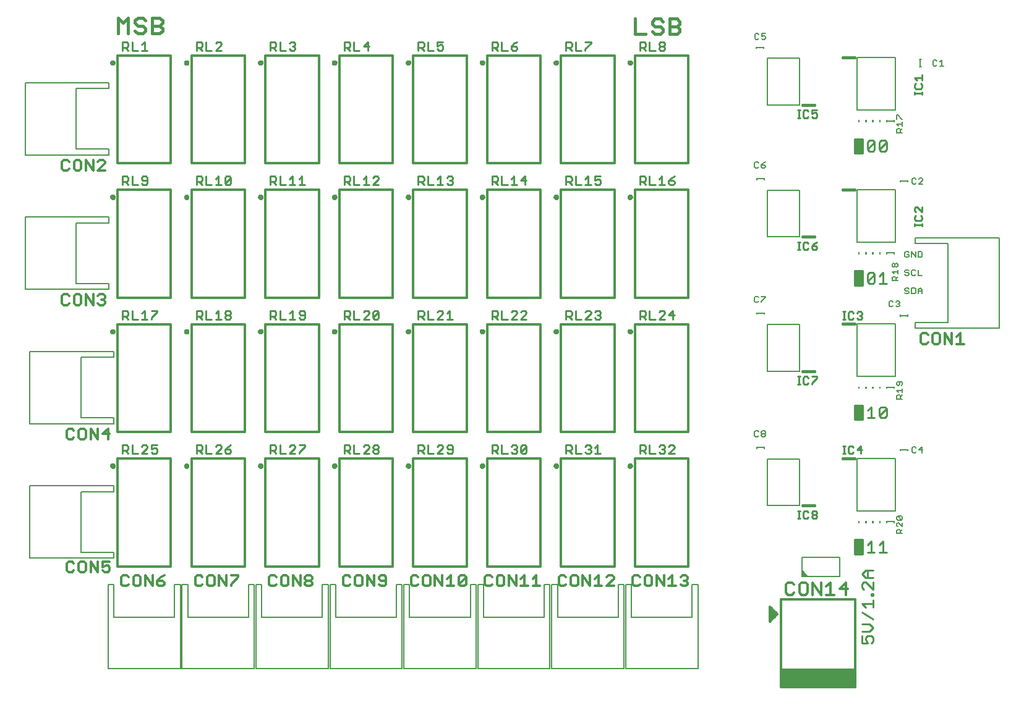
<source format=gto>
G75*
%MOIN*%
%OFA0B0*%
%FSLAX25Y25*%
%IPPOS*%
%LPD*%
%AMOC8*
5,1,8,0,0,1.08239X$1,22.5*
%
%ADD10C,0.01100*%
%ADD11C,0.01200*%
%ADD12C,0.00800*%
%ADD13C,0.00900*%
%ADD14C,0.01000*%
%ADD15C,0.01700*%
%ADD16C,0.01181*%
%ADD17C,0.00787*%
%ADD18C,0.01575*%
D10*
X0501632Y0084119D02*
X0504585Y0084119D01*
X0503601Y0086087D01*
X0503601Y0087071D01*
X0504585Y0088056D01*
X0506553Y0088056D01*
X0507537Y0087071D01*
X0507537Y0085103D01*
X0506553Y0084119D01*
X0501632Y0084119D02*
X0501632Y0088056D01*
X0501632Y0090564D02*
X0505569Y0090564D01*
X0507537Y0092533D01*
X0505569Y0094501D01*
X0501632Y0094501D01*
X0507537Y0097010D02*
X0501632Y0100947D01*
X0503601Y0103455D02*
X0501632Y0105424D01*
X0507537Y0105424D01*
X0507537Y0107392D02*
X0507537Y0103455D01*
X0507537Y0109901D02*
X0507537Y0110885D01*
X0506553Y0110885D01*
X0506553Y0109901D01*
X0507537Y0109901D01*
X0507537Y0113124D02*
X0503601Y0117060D01*
X0502616Y0117060D01*
X0501632Y0116076D01*
X0501632Y0114108D01*
X0502616Y0113124D01*
X0507537Y0113124D02*
X0507537Y0117060D01*
X0507537Y0119569D02*
X0503601Y0119569D01*
X0501632Y0121537D01*
X0503601Y0123506D01*
X0507537Y0123506D01*
X0504585Y0123506D02*
X0504585Y0119569D01*
X0501987Y0132227D02*
X0498051Y0132227D01*
X0504496Y0133211D02*
X0508433Y0133211D01*
X0506465Y0133211D02*
X0506465Y0139116D01*
X0504496Y0137148D01*
X0510942Y0137148D02*
X0512910Y0139116D01*
X0512910Y0133211D01*
X0510942Y0133211D02*
X0514878Y0133211D01*
X0513894Y0205711D02*
X0511926Y0205711D01*
X0510942Y0206696D01*
X0514878Y0210632D01*
X0514878Y0206696D01*
X0513894Y0205711D01*
X0510942Y0206696D02*
X0510942Y0210632D01*
X0511926Y0211616D01*
X0513894Y0211616D01*
X0514878Y0210632D01*
X0508433Y0205711D02*
X0504496Y0205711D01*
X0506465Y0205711D02*
X0506465Y0211616D01*
X0504496Y0209648D01*
X0501987Y0204727D02*
X0498051Y0204727D01*
X0498051Y0277227D02*
X0501987Y0277227D01*
X0504496Y0279196D02*
X0508433Y0283132D01*
X0508433Y0279196D01*
X0507449Y0278211D01*
X0505480Y0278211D01*
X0504496Y0279196D01*
X0504496Y0283132D01*
X0505480Y0284116D01*
X0507449Y0284116D01*
X0508433Y0283132D01*
X0510942Y0282148D02*
X0512910Y0284116D01*
X0512910Y0278211D01*
X0510942Y0278211D02*
X0514878Y0278211D01*
X0513894Y0349461D02*
X0511926Y0349461D01*
X0510942Y0350446D01*
X0514878Y0354382D01*
X0514878Y0350446D01*
X0513894Y0349461D01*
X0510942Y0350446D02*
X0510942Y0354382D01*
X0511926Y0355366D01*
X0513894Y0355366D01*
X0514878Y0354382D01*
X0508433Y0354382D02*
X0508433Y0350446D01*
X0507449Y0349461D01*
X0505480Y0349461D01*
X0504496Y0350446D01*
X0508433Y0354382D01*
X0507449Y0355366D01*
X0505480Y0355366D01*
X0504496Y0354382D01*
X0504496Y0350446D01*
X0501987Y0348477D02*
X0498051Y0348477D01*
D11*
X0498087Y0348411D02*
X0498087Y0355911D01*
X0501837Y0355911D01*
X0501837Y0348411D01*
X0498087Y0348411D01*
X0498087Y0349142D02*
X0501837Y0349142D01*
X0501837Y0350341D02*
X0498087Y0350341D01*
X0498087Y0351539D02*
X0501837Y0351539D01*
X0501837Y0352738D02*
X0498087Y0352738D01*
X0498087Y0353937D02*
X0501837Y0353937D01*
X0501837Y0355135D02*
X0498087Y0355135D01*
X0498087Y0284661D02*
X0501837Y0284661D01*
X0501837Y0277161D01*
X0498087Y0277161D01*
X0498087Y0284661D01*
X0498087Y0284423D02*
X0501837Y0284423D01*
X0501837Y0283224D02*
X0498087Y0283224D01*
X0498087Y0282026D02*
X0501837Y0282026D01*
X0501837Y0280827D02*
X0498087Y0280827D01*
X0498087Y0279629D02*
X0501837Y0279629D01*
X0501837Y0278430D02*
X0498087Y0278430D01*
X0498087Y0277232D02*
X0501837Y0277232D01*
X0533296Y0250351D02*
X0534264Y0251318D01*
X0536199Y0251318D01*
X0537166Y0250351D01*
X0539742Y0250351D02*
X0539742Y0246481D01*
X0540709Y0245513D01*
X0542644Y0245513D01*
X0543612Y0246481D01*
X0543612Y0250351D01*
X0542644Y0251318D01*
X0540709Y0251318D01*
X0539742Y0250351D01*
X0537166Y0246481D02*
X0536199Y0245513D01*
X0534264Y0245513D01*
X0533296Y0246481D01*
X0533296Y0250351D01*
X0546187Y0251318D02*
X0546187Y0245513D01*
X0550057Y0245513D02*
X0550057Y0251318D01*
X0552633Y0249383D02*
X0554568Y0251318D01*
X0554568Y0245513D01*
X0552633Y0245513D02*
X0556503Y0245513D01*
X0550057Y0245513D02*
X0546187Y0251318D01*
X0501837Y0212161D02*
X0501837Y0204661D01*
X0498087Y0204661D01*
X0498087Y0212161D01*
X0501837Y0212161D01*
X0501837Y0211314D02*
X0498087Y0211314D01*
X0498087Y0210115D02*
X0501837Y0210115D01*
X0501837Y0208917D02*
X0498087Y0208917D01*
X0498087Y0207718D02*
X0501837Y0207718D01*
X0501837Y0206520D02*
X0498087Y0206520D01*
X0498087Y0205321D02*
X0501837Y0205321D01*
X0501837Y0139661D02*
X0501837Y0132161D01*
X0498087Y0132161D01*
X0498087Y0139661D01*
X0501837Y0139661D01*
X0501837Y0139403D02*
X0498087Y0139403D01*
X0498087Y0138204D02*
X0501837Y0138204D01*
X0501837Y0137006D02*
X0498087Y0137006D01*
X0498087Y0135807D02*
X0501837Y0135807D01*
X0501837Y0134609D02*
X0498087Y0134609D01*
X0498087Y0133410D02*
X0501837Y0133410D01*
X0501837Y0132212D02*
X0498087Y0132212D01*
X0492903Y0116910D02*
X0489563Y0113570D01*
X0494016Y0113570D01*
X0492903Y0110230D02*
X0492903Y0116910D01*
X0484539Y0116910D02*
X0484539Y0110230D01*
X0482312Y0110230D02*
X0486766Y0110230D01*
X0482312Y0114683D02*
X0484539Y0116910D01*
X0479515Y0116910D02*
X0479515Y0110230D01*
X0475062Y0116910D01*
X0475062Y0110230D01*
X0472265Y0111343D02*
X0472265Y0115796D01*
X0471152Y0116910D01*
X0468925Y0116910D01*
X0467812Y0115796D01*
X0467812Y0111343D01*
X0468925Y0110230D01*
X0471152Y0110230D01*
X0472265Y0111343D01*
X0465015Y0111343D02*
X0463901Y0110230D01*
X0461675Y0110230D01*
X0460562Y0111343D01*
X0460562Y0115796D01*
X0461675Y0116910D01*
X0463901Y0116910D01*
X0465015Y0115796D01*
X0407698Y0115949D02*
X0406730Y0114982D01*
X0404795Y0114982D01*
X0403828Y0115949D01*
X0405763Y0117884D02*
X0406730Y0117884D01*
X0407698Y0116917D01*
X0407698Y0115949D01*
X0406730Y0117884D02*
X0407698Y0118852D01*
X0407698Y0119819D01*
X0406730Y0120787D01*
X0404795Y0120787D01*
X0403828Y0119819D01*
X0399317Y0120787D02*
X0399317Y0114982D01*
X0397382Y0114982D02*
X0401252Y0114982D01*
X0397382Y0118852D02*
X0399317Y0120787D01*
X0394807Y0120787D02*
X0394807Y0114982D01*
X0390937Y0120787D01*
X0390937Y0114982D01*
X0388361Y0115949D02*
X0388361Y0119819D01*
X0387394Y0120787D01*
X0385459Y0120787D01*
X0384491Y0119819D01*
X0384491Y0115949D01*
X0385459Y0114982D01*
X0387394Y0114982D01*
X0388361Y0115949D01*
X0381916Y0115949D02*
X0380948Y0114982D01*
X0379013Y0114982D01*
X0378046Y0115949D01*
X0378046Y0119819D01*
X0379013Y0120787D01*
X0380948Y0120787D01*
X0381916Y0119819D01*
X0367855Y0119819D02*
X0366888Y0120787D01*
X0364953Y0120787D01*
X0363985Y0119819D01*
X0367855Y0119819D02*
X0367855Y0118852D01*
X0363985Y0114982D01*
X0367855Y0114982D01*
X0361410Y0114982D02*
X0357540Y0114982D01*
X0359475Y0114982D02*
X0359475Y0120787D01*
X0357540Y0118852D01*
X0354964Y0120787D02*
X0354964Y0114982D01*
X0351094Y0120787D01*
X0351094Y0114982D01*
X0348519Y0115949D02*
X0348519Y0119819D01*
X0347551Y0120787D01*
X0345616Y0120787D01*
X0344649Y0119819D01*
X0344649Y0115949D01*
X0345616Y0114982D01*
X0347551Y0114982D01*
X0348519Y0115949D01*
X0342073Y0115949D02*
X0341106Y0114982D01*
X0339171Y0114982D01*
X0338203Y0115949D01*
X0338203Y0119819D01*
X0339171Y0120787D01*
X0341106Y0120787D01*
X0342073Y0119819D01*
X0328013Y0114982D02*
X0324143Y0114982D01*
X0326078Y0114982D02*
X0326078Y0120787D01*
X0324143Y0118852D01*
X0321567Y0114982D02*
X0317697Y0114982D01*
X0319632Y0114982D02*
X0319632Y0120787D01*
X0317697Y0118852D01*
X0315122Y0120787D02*
X0315122Y0114982D01*
X0311252Y0120787D01*
X0311252Y0114982D01*
X0308676Y0115949D02*
X0308676Y0119819D01*
X0307709Y0120787D01*
X0305774Y0120787D01*
X0304806Y0119819D01*
X0304806Y0115949D01*
X0305774Y0114982D01*
X0307709Y0114982D01*
X0308676Y0115949D01*
X0302231Y0115949D02*
X0301263Y0114982D01*
X0299328Y0114982D01*
X0298361Y0115949D01*
X0298361Y0119819D01*
X0299328Y0120787D01*
X0301263Y0120787D01*
X0302231Y0119819D01*
X0288170Y0119819D02*
X0284300Y0115949D01*
X0285268Y0114982D01*
X0287203Y0114982D01*
X0288170Y0115949D01*
X0288170Y0119819D01*
X0287203Y0120787D01*
X0285268Y0120787D01*
X0284300Y0119819D01*
X0284300Y0115949D01*
X0281725Y0114982D02*
X0277855Y0114982D01*
X0279790Y0114982D02*
X0279790Y0120787D01*
X0277855Y0118852D01*
X0275279Y0120787D02*
X0275279Y0114982D01*
X0271409Y0120787D01*
X0271409Y0114982D01*
X0268834Y0115949D02*
X0268834Y0119819D01*
X0267866Y0120787D01*
X0265931Y0120787D01*
X0264964Y0119819D01*
X0264964Y0115949D01*
X0265931Y0114982D01*
X0267866Y0114982D01*
X0268834Y0115949D01*
X0262388Y0115949D02*
X0261421Y0114982D01*
X0259486Y0114982D01*
X0258518Y0115949D01*
X0258518Y0119819D01*
X0259486Y0120787D01*
X0261421Y0120787D01*
X0262388Y0119819D01*
X0245105Y0119819D02*
X0245105Y0115949D01*
X0244138Y0114982D01*
X0242203Y0114982D01*
X0241235Y0115949D01*
X0242203Y0117884D02*
X0245105Y0117884D01*
X0245105Y0119819D02*
X0244138Y0120787D01*
X0242203Y0120787D01*
X0241235Y0119819D01*
X0241235Y0118852D01*
X0242203Y0117884D01*
X0238660Y0114982D02*
X0238660Y0120787D01*
X0234790Y0120787D02*
X0234790Y0114982D01*
X0232214Y0115949D02*
X0232214Y0119819D01*
X0231247Y0120787D01*
X0229312Y0120787D01*
X0228344Y0119819D01*
X0228344Y0115949D01*
X0229312Y0114982D01*
X0231247Y0114982D01*
X0232214Y0115949D01*
X0234790Y0120787D02*
X0238660Y0114982D01*
X0225769Y0115949D02*
X0224801Y0114982D01*
X0222866Y0114982D01*
X0221899Y0115949D01*
X0221899Y0119819D01*
X0222866Y0120787D01*
X0224801Y0120787D01*
X0225769Y0119819D01*
X0205263Y0119819D02*
X0205263Y0118852D01*
X0204295Y0117884D01*
X0202360Y0117884D01*
X0201393Y0118852D01*
X0201393Y0119819D01*
X0202360Y0120787D01*
X0204295Y0120787D01*
X0205263Y0119819D01*
X0204295Y0117884D02*
X0205263Y0116917D01*
X0205263Y0115949D01*
X0204295Y0114982D01*
X0202360Y0114982D01*
X0201393Y0115949D01*
X0201393Y0116917D01*
X0202360Y0117884D01*
X0198817Y0114982D02*
X0198817Y0120787D01*
X0194947Y0120787D02*
X0194947Y0114982D01*
X0192372Y0115949D02*
X0192372Y0119819D01*
X0191404Y0120787D01*
X0189469Y0120787D01*
X0188502Y0119819D01*
X0188502Y0115949D01*
X0189469Y0114982D01*
X0191404Y0114982D01*
X0192372Y0115949D01*
X0194947Y0120787D02*
X0198817Y0114982D01*
X0185926Y0115949D02*
X0184959Y0114982D01*
X0183024Y0114982D01*
X0182056Y0115949D01*
X0182056Y0119819D01*
X0183024Y0120787D01*
X0184959Y0120787D01*
X0185926Y0119819D01*
X0165420Y0119819D02*
X0161550Y0115949D01*
X0161550Y0114982D01*
X0158975Y0114982D02*
X0158975Y0120787D01*
X0161550Y0120787D02*
X0165420Y0120787D01*
X0165420Y0119819D01*
X0158975Y0114982D02*
X0155105Y0120787D01*
X0155105Y0114982D01*
X0152529Y0115949D02*
X0152529Y0119819D01*
X0151562Y0120787D01*
X0149627Y0120787D01*
X0148659Y0119819D01*
X0148659Y0115949D01*
X0149627Y0114982D01*
X0151562Y0114982D01*
X0152529Y0115949D01*
X0146084Y0115949D02*
X0145116Y0114982D01*
X0143181Y0114982D01*
X0142214Y0115949D01*
X0142214Y0119819D01*
X0143181Y0120787D01*
X0145116Y0120787D01*
X0146084Y0119819D01*
X0125578Y0120787D02*
X0123643Y0119819D01*
X0121708Y0117884D01*
X0124610Y0117884D01*
X0125578Y0116917D01*
X0125578Y0115949D01*
X0124610Y0114982D01*
X0122675Y0114982D01*
X0121708Y0115949D01*
X0121708Y0117884D01*
X0119132Y0114982D02*
X0119132Y0120787D01*
X0115262Y0120787D02*
X0115262Y0114982D01*
X0112687Y0115949D02*
X0112687Y0119819D01*
X0111719Y0120787D01*
X0109784Y0120787D01*
X0108817Y0119819D01*
X0108817Y0115949D01*
X0109784Y0114982D01*
X0111719Y0114982D01*
X0112687Y0115949D01*
X0115262Y0120787D02*
X0119132Y0114982D01*
X0106241Y0115949D02*
X0105274Y0114982D01*
X0103339Y0114982D01*
X0102371Y0115949D01*
X0102371Y0119819D01*
X0103339Y0120787D01*
X0105274Y0120787D01*
X0106241Y0119819D01*
X0096109Y0123359D02*
X0096109Y0125294D01*
X0095142Y0126261D01*
X0094174Y0126261D01*
X0092239Y0125294D01*
X0092239Y0128196D01*
X0096109Y0128196D01*
X0096109Y0123359D02*
X0095142Y0122391D01*
X0093207Y0122391D01*
X0092239Y0123359D01*
X0089664Y0122391D02*
X0089664Y0128196D01*
X0085794Y0128196D02*
X0085794Y0122391D01*
X0083218Y0123359D02*
X0083218Y0127229D01*
X0082251Y0128196D01*
X0080316Y0128196D01*
X0079348Y0127229D01*
X0079348Y0123359D01*
X0080316Y0122391D01*
X0082251Y0122391D01*
X0083218Y0123359D01*
X0085794Y0128196D02*
X0089664Y0122391D01*
X0076773Y0123359D02*
X0075805Y0122391D01*
X0073870Y0122391D01*
X0072903Y0123359D01*
X0072903Y0127229D01*
X0073870Y0128196D01*
X0075805Y0128196D01*
X0076773Y0127229D01*
X0075805Y0194104D02*
X0073870Y0194104D01*
X0072903Y0195071D01*
X0072903Y0198941D01*
X0073870Y0199909D01*
X0075805Y0199909D01*
X0076773Y0198941D01*
X0079348Y0198941D02*
X0079348Y0195071D01*
X0080316Y0194104D01*
X0082251Y0194104D01*
X0083218Y0195071D01*
X0083218Y0198941D01*
X0082251Y0199909D01*
X0080316Y0199909D01*
X0079348Y0198941D01*
X0076773Y0195071D02*
X0075805Y0194104D01*
X0085794Y0194104D02*
X0085794Y0199909D01*
X0089664Y0194104D01*
X0089664Y0199909D01*
X0092239Y0197006D02*
X0096109Y0197006D01*
X0095142Y0194104D02*
X0095142Y0199909D01*
X0092239Y0197006D01*
X0092642Y0266604D02*
X0090707Y0266604D01*
X0089739Y0267571D01*
X0091674Y0269506D02*
X0092642Y0269506D01*
X0093609Y0268539D01*
X0093609Y0267571D01*
X0092642Y0266604D01*
X0092642Y0269506D02*
X0093609Y0270474D01*
X0093609Y0271441D01*
X0092642Y0272409D01*
X0090707Y0272409D01*
X0089739Y0271441D01*
X0087164Y0272409D02*
X0087164Y0266604D01*
X0083294Y0272409D01*
X0083294Y0266604D01*
X0080718Y0267571D02*
X0080718Y0271441D01*
X0079751Y0272409D01*
X0077816Y0272409D01*
X0076848Y0271441D01*
X0076848Y0267571D01*
X0077816Y0266604D01*
X0079751Y0266604D01*
X0080718Y0267571D01*
X0074273Y0267571D02*
X0073305Y0266604D01*
X0071370Y0266604D01*
X0070403Y0267571D01*
X0070403Y0271441D01*
X0071370Y0272409D01*
X0073305Y0272409D01*
X0074273Y0271441D01*
X0073305Y0339104D02*
X0074273Y0340071D01*
X0073305Y0339104D02*
X0071370Y0339104D01*
X0070403Y0340071D01*
X0070403Y0343941D01*
X0071370Y0344909D01*
X0073305Y0344909D01*
X0074273Y0343941D01*
X0076848Y0343941D02*
X0076848Y0340071D01*
X0077816Y0339104D01*
X0079751Y0339104D01*
X0080718Y0340071D01*
X0080718Y0343941D01*
X0079751Y0344909D01*
X0077816Y0344909D01*
X0076848Y0343941D01*
X0083294Y0344909D02*
X0083294Y0339104D01*
X0087164Y0339104D02*
X0083294Y0344909D01*
X0087164Y0344909D02*
X0087164Y0339104D01*
X0089739Y0339104D02*
X0093609Y0342974D01*
X0093609Y0343941D01*
X0092642Y0344909D01*
X0090707Y0344909D01*
X0089739Y0343941D01*
X0089739Y0339104D02*
X0093609Y0339104D01*
D12*
X0443732Y0341037D02*
X0444255Y0340514D01*
X0445302Y0340514D01*
X0445825Y0341037D01*
X0447357Y0341037D02*
X0447881Y0340514D01*
X0448927Y0340514D01*
X0449450Y0341037D01*
X0449450Y0341561D01*
X0448927Y0342084D01*
X0447357Y0342084D01*
X0447357Y0341037D01*
X0447357Y0342084D02*
X0448404Y0343131D01*
X0449450Y0343654D01*
X0445825Y0343131D02*
X0445302Y0343654D01*
X0444255Y0343654D01*
X0443732Y0343131D01*
X0443732Y0341037D01*
X0517807Y0288584D02*
X0518331Y0289107D01*
X0518854Y0289107D01*
X0519377Y0288584D01*
X0519377Y0287537D01*
X0518854Y0287014D01*
X0518331Y0287014D01*
X0517807Y0287537D01*
X0517807Y0288584D01*
X0519377Y0288584D02*
X0519901Y0289107D01*
X0520424Y0289107D01*
X0520947Y0288584D01*
X0520947Y0287537D01*
X0520424Y0287014D01*
X0519901Y0287014D01*
X0519377Y0287537D01*
X0520947Y0285482D02*
X0520947Y0283389D01*
X0520947Y0284435D02*
X0517807Y0284435D01*
X0518854Y0283389D01*
X0518331Y0281857D02*
X0519377Y0281857D01*
X0519901Y0281333D01*
X0519901Y0279763D01*
X0520947Y0279763D02*
X0517807Y0279763D01*
X0517807Y0281333D01*
X0518331Y0281857D01*
X0519901Y0280810D02*
X0520947Y0281857D01*
X0524762Y0283006D02*
X0525285Y0282483D01*
X0526332Y0282483D01*
X0526855Y0283006D01*
X0526855Y0283529D01*
X0526332Y0284053D01*
X0525285Y0284053D01*
X0524762Y0284576D01*
X0524762Y0285099D01*
X0525285Y0285622D01*
X0526332Y0285622D01*
X0526855Y0285099D01*
X0528387Y0285099D02*
X0528387Y0283006D01*
X0528911Y0282483D01*
X0529957Y0282483D01*
X0530480Y0283006D01*
X0532012Y0282483D02*
X0532012Y0285622D01*
X0530480Y0285099D02*
X0529957Y0285622D01*
X0528911Y0285622D01*
X0528387Y0285099D01*
X0532012Y0282483D02*
X0534106Y0282483D01*
X0533059Y0275780D02*
X0534106Y0274733D01*
X0534106Y0272640D01*
X0534106Y0274210D02*
X0532012Y0274210D01*
X0532012Y0274733D02*
X0533059Y0275780D01*
X0532012Y0274733D02*
X0532012Y0272640D01*
X0530480Y0273163D02*
X0530480Y0275257D01*
X0529957Y0275780D01*
X0528387Y0275780D01*
X0528387Y0272640D01*
X0529957Y0272640D01*
X0530480Y0273163D01*
X0526855Y0273163D02*
X0526332Y0272640D01*
X0525285Y0272640D01*
X0524762Y0273163D01*
X0525285Y0274210D02*
X0524762Y0274733D01*
X0524762Y0275257D01*
X0525285Y0275780D01*
X0526332Y0275780D01*
X0526855Y0275257D01*
X0526332Y0274210D02*
X0526855Y0273687D01*
X0526855Y0273163D01*
X0526332Y0274210D02*
X0525285Y0274210D01*
X0521388Y0268772D02*
X0521911Y0268249D01*
X0521911Y0267725D01*
X0521388Y0267202D01*
X0521911Y0266679D01*
X0521911Y0266156D01*
X0521388Y0265632D01*
X0520341Y0265632D01*
X0519818Y0266156D01*
X0520865Y0267202D02*
X0521388Y0267202D01*
X0521388Y0268772D02*
X0520341Y0268772D01*
X0519818Y0268249D01*
X0518286Y0268249D02*
X0517763Y0268772D01*
X0516716Y0268772D01*
X0516193Y0268249D01*
X0516193Y0266156D01*
X0516716Y0265632D01*
X0517763Y0265632D01*
X0518286Y0266156D01*
X0525285Y0292325D02*
X0524762Y0292848D01*
X0524762Y0294942D01*
X0525285Y0295465D01*
X0526332Y0295465D01*
X0526855Y0294942D01*
X0526855Y0293895D02*
X0525809Y0293895D01*
X0526855Y0293895D02*
X0526855Y0292848D01*
X0526332Y0292325D01*
X0525285Y0292325D01*
X0528387Y0292325D02*
X0528387Y0295465D01*
X0530480Y0292325D01*
X0530480Y0295465D01*
X0532012Y0295465D02*
X0532012Y0292325D01*
X0533582Y0292325D01*
X0534106Y0292848D01*
X0534106Y0294942D01*
X0533582Y0295465D01*
X0532012Y0295465D01*
X0532235Y0331845D02*
X0534328Y0333938D01*
X0534328Y0334461D01*
X0533805Y0334985D01*
X0532759Y0334985D01*
X0532235Y0334461D01*
X0530703Y0334461D02*
X0530180Y0334985D01*
X0529133Y0334985D01*
X0528610Y0334461D01*
X0528610Y0332368D01*
X0529133Y0331845D01*
X0530180Y0331845D01*
X0530703Y0332368D01*
X0532235Y0331845D02*
X0534328Y0331845D01*
X0523408Y0359624D02*
X0520268Y0359624D01*
X0520268Y0361194D01*
X0520791Y0361717D01*
X0521838Y0361717D01*
X0522361Y0361194D01*
X0522361Y0359624D01*
X0522361Y0360670D02*
X0523408Y0361717D01*
X0523408Y0363249D02*
X0523408Y0365342D01*
X0523408Y0364295D02*
X0520268Y0364295D01*
X0521315Y0363249D01*
X0520268Y0366874D02*
X0520268Y0368967D01*
X0520791Y0368967D01*
X0522884Y0366874D01*
X0523408Y0366874D01*
X0540385Y0395593D02*
X0541432Y0395593D01*
X0541955Y0396116D01*
X0543487Y0395593D02*
X0545580Y0395593D01*
X0544534Y0395593D02*
X0544534Y0398733D01*
X0543487Y0397686D01*
X0541955Y0398209D02*
X0541432Y0398733D01*
X0540385Y0398733D01*
X0539862Y0398209D01*
X0539862Y0396116D01*
X0540385Y0395593D01*
X0449565Y0410390D02*
X0449041Y0409867D01*
X0447995Y0409867D01*
X0447472Y0410390D01*
X0447472Y0411436D02*
X0448518Y0411960D01*
X0449041Y0411960D01*
X0449565Y0411436D01*
X0449565Y0410390D01*
X0447472Y0411436D02*
X0447472Y0413006D01*
X0449565Y0413006D01*
X0445940Y0412483D02*
X0445416Y0413006D01*
X0444370Y0413006D01*
X0443846Y0412483D01*
X0443846Y0410390D01*
X0444370Y0409867D01*
X0445416Y0409867D01*
X0445940Y0410390D01*
X0445302Y0271154D02*
X0444255Y0271154D01*
X0443732Y0270631D01*
X0443732Y0268537D01*
X0444255Y0268014D01*
X0445302Y0268014D01*
X0445825Y0268537D01*
X0447357Y0268537D02*
X0447357Y0268014D01*
X0447357Y0268537D02*
X0449450Y0270631D01*
X0449450Y0271154D01*
X0447357Y0271154D01*
X0445825Y0270631D02*
X0445302Y0271154D01*
X0520268Y0224692D02*
X0520268Y0223645D01*
X0520791Y0223122D01*
X0521315Y0223122D01*
X0521838Y0223645D01*
X0521838Y0225215D01*
X0522884Y0225215D02*
X0520791Y0225215D01*
X0520268Y0224692D01*
X0522884Y0225215D02*
X0523408Y0224692D01*
X0523408Y0223645D01*
X0522884Y0223122D01*
X0523408Y0221590D02*
X0523408Y0219497D01*
X0523408Y0220543D02*
X0520268Y0220543D01*
X0521315Y0219497D01*
X0521838Y0217965D02*
X0522361Y0217442D01*
X0522361Y0215872D01*
X0522361Y0216918D02*
X0523408Y0217965D01*
X0521838Y0217965D02*
X0520791Y0217965D01*
X0520268Y0217442D01*
X0520268Y0215872D01*
X0523408Y0215872D01*
X0529133Y0189981D02*
X0528610Y0189457D01*
X0528610Y0187364D01*
X0529133Y0186841D01*
X0530180Y0186841D01*
X0530703Y0187364D01*
X0532235Y0188411D02*
X0534328Y0188411D01*
X0533805Y0189981D02*
X0532235Y0188411D01*
X0530703Y0189457D02*
X0530180Y0189981D01*
X0529133Y0189981D01*
X0533805Y0189981D02*
X0533805Y0186841D01*
X0522884Y0152719D02*
X0523408Y0152196D01*
X0523408Y0151149D01*
X0522884Y0150626D01*
X0520791Y0152719D01*
X0522884Y0152719D01*
X0520791Y0152719D02*
X0520268Y0152196D01*
X0520268Y0151149D01*
X0520791Y0150626D01*
X0522884Y0150626D01*
X0523408Y0149094D02*
X0523408Y0147001D01*
X0521315Y0149094D01*
X0520791Y0149094D01*
X0520268Y0148571D01*
X0520268Y0147524D01*
X0520791Y0147001D01*
X0520791Y0145469D02*
X0521838Y0145469D01*
X0522361Y0144946D01*
X0522361Y0143376D01*
X0522361Y0144422D02*
X0523408Y0145469D01*
X0523408Y0143376D02*
X0520268Y0143376D01*
X0520268Y0144946D01*
X0520791Y0145469D01*
X0449450Y0196037D02*
X0448927Y0195514D01*
X0447881Y0195514D01*
X0447357Y0196037D01*
X0447357Y0196561D01*
X0447881Y0197084D01*
X0448927Y0197084D01*
X0449450Y0196561D01*
X0449450Y0196037D01*
X0448927Y0197084D02*
X0449450Y0197607D01*
X0449450Y0198131D01*
X0448927Y0198654D01*
X0447881Y0198654D01*
X0447357Y0198131D01*
X0447357Y0197607D01*
X0447881Y0197084D01*
X0445825Y0196037D02*
X0445302Y0195514D01*
X0444255Y0195514D01*
X0443732Y0196037D01*
X0443732Y0198131D01*
X0444255Y0198654D01*
X0445302Y0198654D01*
X0445825Y0198131D01*
D13*
X0466938Y0223863D02*
X0468306Y0223863D01*
X0467622Y0223863D02*
X0467622Y0227967D01*
X0466938Y0227967D02*
X0468306Y0227967D01*
X0470007Y0227283D02*
X0470007Y0224547D01*
X0470691Y0223863D01*
X0472059Y0223863D01*
X0472743Y0224547D01*
X0474611Y0224547D02*
X0474611Y0223863D01*
X0474611Y0224547D02*
X0477347Y0227283D01*
X0477347Y0227967D01*
X0474611Y0227967D01*
X0472743Y0227283D02*
X0472059Y0227967D01*
X0470691Y0227967D01*
X0470007Y0227283D01*
X0491147Y0258863D02*
X0492515Y0258863D01*
X0491831Y0258863D02*
X0491831Y0262967D01*
X0491147Y0262967D02*
X0492515Y0262967D01*
X0494216Y0262283D02*
X0494216Y0259547D01*
X0494900Y0258863D01*
X0496268Y0258863D01*
X0496952Y0259547D01*
X0498820Y0259547D02*
X0499504Y0258863D01*
X0500872Y0258863D01*
X0501556Y0259547D01*
X0501556Y0260231D01*
X0500872Y0260915D01*
X0500188Y0260915D01*
X0500872Y0260915D02*
X0501556Y0261599D01*
X0501556Y0262283D01*
X0500872Y0262967D01*
X0499504Y0262967D01*
X0498820Y0262283D01*
X0496952Y0262283D02*
X0496268Y0262967D01*
X0494900Y0262967D01*
X0494216Y0262283D01*
X0476663Y0296363D02*
X0477347Y0297047D01*
X0477347Y0297731D01*
X0476663Y0298415D01*
X0474611Y0298415D01*
X0474611Y0297047D01*
X0475295Y0296363D01*
X0476663Y0296363D01*
X0474611Y0298415D02*
X0475979Y0299783D01*
X0477347Y0300467D01*
X0472743Y0299783D02*
X0472059Y0300467D01*
X0470691Y0300467D01*
X0470007Y0299783D01*
X0470007Y0297047D01*
X0470691Y0296363D01*
X0472059Y0296363D01*
X0472743Y0297047D01*
X0468306Y0296363D02*
X0466938Y0296363D01*
X0467622Y0296363D02*
X0467622Y0300467D01*
X0466938Y0300467D02*
X0468306Y0300467D01*
X0529782Y0308973D02*
X0529782Y0310341D01*
X0529782Y0309657D02*
X0533885Y0309657D01*
X0533885Y0308973D02*
X0533885Y0310341D01*
X0533201Y0312042D02*
X0530466Y0312042D01*
X0529782Y0312726D01*
X0529782Y0314094D01*
X0530466Y0314778D01*
X0530466Y0316646D02*
X0529782Y0317330D01*
X0529782Y0318698D01*
X0530466Y0319382D01*
X0531150Y0319382D01*
X0533885Y0316646D01*
X0533885Y0319382D01*
X0533201Y0314778D02*
X0533885Y0314094D01*
X0533885Y0312726D01*
X0533201Y0312042D01*
X0477347Y0368295D02*
X0476663Y0367611D01*
X0475295Y0367611D01*
X0474611Y0368295D01*
X0474611Y0369663D02*
X0475979Y0370347D01*
X0476663Y0370347D01*
X0477347Y0369663D01*
X0477347Y0368295D01*
X0474611Y0369663D02*
X0474611Y0371715D01*
X0477347Y0371715D01*
X0472743Y0371031D02*
X0472059Y0371715D01*
X0470691Y0371715D01*
X0470007Y0371031D01*
X0470007Y0368295D01*
X0470691Y0367611D01*
X0472059Y0367611D01*
X0472743Y0368295D01*
X0468306Y0367611D02*
X0466938Y0367611D01*
X0467622Y0367611D02*
X0467622Y0371715D01*
X0466938Y0371715D02*
X0468306Y0371715D01*
X0529782Y0380225D02*
X0529782Y0381593D01*
X0529782Y0380909D02*
X0533885Y0380909D01*
X0533885Y0380225D02*
X0533885Y0381593D01*
X0533201Y0383294D02*
X0533885Y0383978D01*
X0533885Y0385346D01*
X0533201Y0386030D01*
X0533885Y0387898D02*
X0533885Y0390634D01*
X0533885Y0389266D02*
X0529782Y0389266D01*
X0531150Y0387898D01*
X0530466Y0386030D02*
X0529782Y0385346D01*
X0529782Y0383978D01*
X0530466Y0383294D01*
X0533201Y0383294D01*
X0500872Y0190463D02*
X0498820Y0188411D01*
X0501556Y0188411D01*
X0500872Y0186359D02*
X0500872Y0190463D01*
X0496952Y0189779D02*
X0496268Y0190463D01*
X0494900Y0190463D01*
X0494216Y0189779D01*
X0494216Y0187043D01*
X0494900Y0186359D01*
X0496268Y0186359D01*
X0496952Y0187043D01*
X0492515Y0186359D02*
X0491147Y0186359D01*
X0491831Y0186359D02*
X0491831Y0190463D01*
X0491147Y0190463D02*
X0492515Y0190463D01*
X0476663Y0155463D02*
X0477347Y0154779D01*
X0477347Y0154095D01*
X0476663Y0153411D01*
X0475295Y0153411D01*
X0474611Y0154095D01*
X0474611Y0154779D01*
X0475295Y0155463D01*
X0476663Y0155463D01*
X0476663Y0153411D02*
X0477347Y0152727D01*
X0477347Y0152043D01*
X0476663Y0151359D01*
X0475295Y0151359D01*
X0474611Y0152043D01*
X0474611Y0152727D01*
X0475295Y0153411D01*
X0472743Y0152043D02*
X0472059Y0151359D01*
X0470691Y0151359D01*
X0470007Y0152043D01*
X0470007Y0154779D01*
X0470691Y0155463D01*
X0472059Y0155463D01*
X0472743Y0154779D01*
X0468306Y0155463D02*
X0466938Y0155463D01*
X0467622Y0155463D02*
X0467622Y0151359D01*
X0466938Y0151359D02*
X0468306Y0151359D01*
D14*
X0400453Y0186441D02*
X0397383Y0186441D01*
X0400453Y0189510D01*
X0400453Y0190278D01*
X0399685Y0191045D01*
X0398151Y0191045D01*
X0397383Y0190278D01*
X0395296Y0190278D02*
X0395296Y0189510D01*
X0394529Y0188743D01*
X0395296Y0187976D01*
X0395296Y0187208D01*
X0394529Y0186441D01*
X0392994Y0186441D01*
X0392227Y0187208D01*
X0393761Y0188743D02*
X0394529Y0188743D01*
X0395296Y0190278D02*
X0394529Y0191045D01*
X0392994Y0191045D01*
X0392227Y0190278D01*
X0390140Y0186441D02*
X0387070Y0186441D01*
X0387070Y0191045D01*
X0384983Y0190278D02*
X0384983Y0188743D01*
X0384216Y0187976D01*
X0381914Y0187976D01*
X0383449Y0187976D02*
X0384983Y0186441D01*
X0381914Y0186441D02*
X0381914Y0191045D01*
X0384216Y0191045D01*
X0384983Y0190278D01*
X0360610Y0186441D02*
X0357541Y0186441D01*
X0359075Y0186441D02*
X0359075Y0191045D01*
X0357541Y0189510D01*
X0355454Y0189510D02*
X0354686Y0188743D01*
X0355454Y0187976D01*
X0355454Y0187208D01*
X0354686Y0186441D01*
X0353152Y0186441D01*
X0352384Y0187208D01*
X0353919Y0188743D02*
X0354686Y0188743D01*
X0355454Y0189510D02*
X0355454Y0190278D01*
X0354686Y0191045D01*
X0353152Y0191045D01*
X0352384Y0190278D01*
X0350297Y0186441D02*
X0347228Y0186441D01*
X0347228Y0191045D01*
X0345141Y0190278D02*
X0345141Y0188743D01*
X0344373Y0187976D01*
X0342072Y0187976D01*
X0343606Y0187976D02*
X0345141Y0186441D01*
X0342072Y0186441D02*
X0342072Y0191045D01*
X0344373Y0191045D01*
X0345141Y0190278D01*
X0320767Y0190278D02*
X0317698Y0187208D01*
X0318466Y0186441D01*
X0320000Y0186441D01*
X0320767Y0187208D01*
X0320767Y0190278D01*
X0320000Y0191045D01*
X0318466Y0191045D01*
X0317698Y0190278D01*
X0317698Y0187208D01*
X0315611Y0187208D02*
X0314844Y0186441D01*
X0313309Y0186441D01*
X0312542Y0187208D01*
X0314076Y0188743D02*
X0314844Y0188743D01*
X0315611Y0187976D01*
X0315611Y0187208D01*
X0314844Y0188743D02*
X0315611Y0189510D01*
X0315611Y0190278D01*
X0314844Y0191045D01*
X0313309Y0191045D01*
X0312542Y0190278D01*
X0310455Y0186441D02*
X0307385Y0186441D01*
X0307385Y0191045D01*
X0305298Y0190278D02*
X0305298Y0188743D01*
X0304531Y0187976D01*
X0302229Y0187976D01*
X0303764Y0187976D02*
X0305298Y0186441D01*
X0302229Y0186441D02*
X0302229Y0191045D01*
X0304531Y0191045D01*
X0305298Y0190278D01*
X0280925Y0190278D02*
X0280925Y0187208D01*
X0280158Y0186441D01*
X0278623Y0186441D01*
X0277856Y0187208D01*
X0278623Y0188743D02*
X0280925Y0188743D01*
X0280925Y0190278D02*
X0280158Y0191045D01*
X0278623Y0191045D01*
X0277856Y0190278D01*
X0277856Y0189510D01*
X0278623Y0188743D01*
X0275769Y0189510D02*
X0275769Y0190278D01*
X0275001Y0191045D01*
X0273467Y0191045D01*
X0272699Y0190278D01*
X0275769Y0189510D02*
X0272699Y0186441D01*
X0275769Y0186441D01*
X0270612Y0186441D02*
X0267543Y0186441D01*
X0267543Y0191045D01*
X0265456Y0190278D02*
X0265456Y0188743D01*
X0264688Y0187976D01*
X0262386Y0187976D01*
X0262386Y0186441D02*
X0262386Y0191045D01*
X0264688Y0191045D01*
X0265456Y0190278D01*
X0263921Y0187976D02*
X0265456Y0186441D01*
X0241082Y0187208D02*
X0240315Y0186441D01*
X0238780Y0186441D01*
X0238013Y0187208D01*
X0238013Y0187976D01*
X0238780Y0188743D01*
X0240315Y0188743D01*
X0241082Y0187976D01*
X0241082Y0187208D01*
X0240315Y0188743D02*
X0241082Y0189510D01*
X0241082Y0190278D01*
X0240315Y0191045D01*
X0238780Y0191045D01*
X0238013Y0190278D01*
X0238013Y0189510D01*
X0238780Y0188743D01*
X0235926Y0189510D02*
X0235926Y0190278D01*
X0235159Y0191045D01*
X0233624Y0191045D01*
X0232857Y0190278D01*
X0235926Y0189510D02*
X0232857Y0186441D01*
X0235926Y0186441D01*
X0230770Y0186441D02*
X0227700Y0186441D01*
X0227700Y0191045D01*
X0225613Y0190278D02*
X0225613Y0188743D01*
X0224846Y0187976D01*
X0222544Y0187976D01*
X0224079Y0187976D02*
X0225613Y0186441D01*
X0222544Y0186441D02*
X0222544Y0191045D01*
X0224846Y0191045D01*
X0225613Y0190278D01*
X0201240Y0190278D02*
X0198171Y0187208D01*
X0198171Y0186441D01*
X0196084Y0186441D02*
X0193014Y0186441D01*
X0196084Y0189510D01*
X0196084Y0190278D01*
X0195316Y0191045D01*
X0193782Y0191045D01*
X0193014Y0190278D01*
X0190927Y0186441D02*
X0187858Y0186441D01*
X0187858Y0191045D01*
X0185771Y0190278D02*
X0185771Y0188743D01*
X0185003Y0187976D01*
X0182701Y0187976D01*
X0182701Y0186441D02*
X0182701Y0191045D01*
X0185003Y0191045D01*
X0185771Y0190278D01*
X0184236Y0187976D02*
X0185771Y0186441D01*
X0198171Y0191045D02*
X0201240Y0191045D01*
X0201240Y0190278D01*
X0161397Y0191045D02*
X0159863Y0190278D01*
X0158328Y0188743D01*
X0160630Y0188743D01*
X0161397Y0187976D01*
X0161397Y0187208D01*
X0160630Y0186441D01*
X0159095Y0186441D01*
X0158328Y0187208D01*
X0158328Y0188743D01*
X0156241Y0189510D02*
X0156241Y0190278D01*
X0155474Y0191045D01*
X0153939Y0191045D01*
X0153172Y0190278D01*
X0156241Y0189510D02*
X0153172Y0186441D01*
X0156241Y0186441D01*
X0151085Y0186441D02*
X0148015Y0186441D01*
X0148015Y0191045D01*
X0145928Y0190278D02*
X0145928Y0188743D01*
X0145161Y0187976D01*
X0142859Y0187976D01*
X0144394Y0187976D02*
X0145928Y0186441D01*
X0142859Y0186441D02*
X0142859Y0191045D01*
X0145161Y0191045D01*
X0145928Y0190278D01*
X0121555Y0191045D02*
X0118486Y0191045D01*
X0118486Y0188743D01*
X0120020Y0189510D01*
X0120788Y0189510D01*
X0121555Y0188743D01*
X0121555Y0187208D01*
X0120788Y0186441D01*
X0119253Y0186441D01*
X0118486Y0187208D01*
X0116398Y0186441D02*
X0113329Y0186441D01*
X0116398Y0189510D01*
X0116398Y0190278D01*
X0115631Y0191045D01*
X0114097Y0191045D01*
X0113329Y0190278D01*
X0111242Y0186441D02*
X0108173Y0186441D01*
X0108173Y0191045D01*
X0106086Y0190278D02*
X0106086Y0188743D01*
X0105318Y0187976D01*
X0103016Y0187976D01*
X0104551Y0187976D02*
X0106086Y0186441D01*
X0103016Y0186441D02*
X0103016Y0191045D01*
X0105318Y0191045D01*
X0106086Y0190278D01*
X0106086Y0258941D02*
X0104551Y0260476D01*
X0105318Y0260476D02*
X0103016Y0260476D01*
X0103016Y0258941D02*
X0103016Y0263545D01*
X0105318Y0263545D01*
X0106086Y0262778D01*
X0106086Y0261243D01*
X0105318Y0260476D01*
X0108173Y0258941D02*
X0111242Y0258941D01*
X0113329Y0258941D02*
X0116398Y0258941D01*
X0114864Y0258941D02*
X0114864Y0263545D01*
X0113329Y0262010D01*
X0108173Y0263545D02*
X0108173Y0258941D01*
X0118486Y0258941D02*
X0118486Y0259708D01*
X0121555Y0262778D01*
X0121555Y0263545D01*
X0118486Y0263545D01*
X0142859Y0263545D02*
X0142859Y0258941D01*
X0142859Y0260476D02*
X0145161Y0260476D01*
X0145928Y0261243D01*
X0145928Y0262778D01*
X0145161Y0263545D01*
X0142859Y0263545D01*
X0144394Y0260476D02*
X0145928Y0258941D01*
X0148015Y0258941D02*
X0151085Y0258941D01*
X0153172Y0258941D02*
X0156241Y0258941D01*
X0154706Y0258941D02*
X0154706Y0263545D01*
X0153172Y0262010D01*
X0158328Y0262010D02*
X0158328Y0262778D01*
X0159095Y0263545D01*
X0160630Y0263545D01*
X0161397Y0262778D01*
X0161397Y0262010D01*
X0160630Y0261243D01*
X0159095Y0261243D01*
X0158328Y0262010D01*
X0159095Y0261243D02*
X0158328Y0260476D01*
X0158328Y0259708D01*
X0159095Y0258941D01*
X0160630Y0258941D01*
X0161397Y0259708D01*
X0161397Y0260476D01*
X0160630Y0261243D01*
X0148015Y0263545D02*
X0148015Y0258941D01*
X0182701Y0258941D02*
X0182701Y0263545D01*
X0185003Y0263545D01*
X0185771Y0262778D01*
X0185771Y0261243D01*
X0185003Y0260476D01*
X0182701Y0260476D01*
X0184236Y0260476D02*
X0185771Y0258941D01*
X0187858Y0258941D02*
X0190927Y0258941D01*
X0193014Y0258941D02*
X0196084Y0258941D01*
X0194549Y0258941D02*
X0194549Y0263545D01*
X0193014Y0262010D01*
X0198171Y0262010D02*
X0198938Y0261243D01*
X0201240Y0261243D01*
X0201240Y0262778D02*
X0200473Y0263545D01*
X0198938Y0263545D01*
X0198171Y0262778D01*
X0198171Y0262010D01*
X0198171Y0259708D02*
X0198938Y0258941D01*
X0200473Y0258941D01*
X0201240Y0259708D01*
X0201240Y0262778D01*
X0187858Y0263545D02*
X0187858Y0258941D01*
X0222544Y0258941D02*
X0222544Y0263545D01*
X0224846Y0263545D01*
X0225613Y0262778D01*
X0225613Y0261243D01*
X0224846Y0260476D01*
X0222544Y0260476D01*
X0224079Y0260476D02*
X0225613Y0258941D01*
X0227700Y0258941D02*
X0230770Y0258941D01*
X0232857Y0258941D02*
X0235926Y0262010D01*
X0235926Y0262778D01*
X0235159Y0263545D01*
X0233624Y0263545D01*
X0232857Y0262778D01*
X0232857Y0258941D02*
X0235926Y0258941D01*
X0238013Y0259708D02*
X0241082Y0262778D01*
X0241082Y0259708D01*
X0240315Y0258941D01*
X0238780Y0258941D01*
X0238013Y0259708D01*
X0238013Y0262778D01*
X0238780Y0263545D01*
X0240315Y0263545D01*
X0241082Y0262778D01*
X0227700Y0263545D02*
X0227700Y0258941D01*
X0262386Y0258941D02*
X0262386Y0263545D01*
X0264688Y0263545D01*
X0265456Y0262778D01*
X0265456Y0261243D01*
X0264688Y0260476D01*
X0262386Y0260476D01*
X0263921Y0260476D02*
X0265456Y0258941D01*
X0267543Y0258941D02*
X0270612Y0258941D01*
X0272699Y0258941D02*
X0275769Y0262010D01*
X0275769Y0262778D01*
X0275001Y0263545D01*
X0273467Y0263545D01*
X0272699Y0262778D01*
X0272699Y0258941D02*
X0275769Y0258941D01*
X0277856Y0258941D02*
X0280925Y0258941D01*
X0279390Y0258941D02*
X0279390Y0263545D01*
X0277856Y0262010D01*
X0267543Y0263545D02*
X0267543Y0258941D01*
X0302229Y0258941D02*
X0302229Y0263545D01*
X0304531Y0263545D01*
X0305298Y0262778D01*
X0305298Y0261243D01*
X0304531Y0260476D01*
X0302229Y0260476D01*
X0303764Y0260476D02*
X0305298Y0258941D01*
X0307385Y0258941D02*
X0310455Y0258941D01*
X0312542Y0258941D02*
X0315611Y0262010D01*
X0315611Y0262778D01*
X0314844Y0263545D01*
X0313309Y0263545D01*
X0312542Y0262778D01*
X0312542Y0258941D02*
X0315611Y0258941D01*
X0317698Y0258941D02*
X0320767Y0262010D01*
X0320767Y0262778D01*
X0320000Y0263545D01*
X0318466Y0263545D01*
X0317698Y0262778D01*
X0317698Y0258941D02*
X0320767Y0258941D01*
X0307385Y0258941D02*
X0307385Y0263545D01*
X0342072Y0263545D02*
X0342072Y0258941D01*
X0342072Y0260476D02*
X0344373Y0260476D01*
X0345141Y0261243D01*
X0345141Y0262778D01*
X0344373Y0263545D01*
X0342072Y0263545D01*
X0343606Y0260476D02*
X0345141Y0258941D01*
X0347228Y0258941D02*
X0350297Y0258941D01*
X0352384Y0258941D02*
X0355454Y0262010D01*
X0355454Y0262778D01*
X0354686Y0263545D01*
X0353152Y0263545D01*
X0352384Y0262778D01*
X0352384Y0258941D02*
X0355454Y0258941D01*
X0357541Y0259708D02*
X0358308Y0258941D01*
X0359843Y0258941D01*
X0360610Y0259708D01*
X0360610Y0260476D01*
X0359843Y0261243D01*
X0359075Y0261243D01*
X0359843Y0261243D02*
X0360610Y0262010D01*
X0360610Y0262778D01*
X0359843Y0263545D01*
X0358308Y0263545D01*
X0357541Y0262778D01*
X0347228Y0263545D02*
X0347228Y0258941D01*
X0381914Y0258941D02*
X0381914Y0263545D01*
X0384216Y0263545D01*
X0384983Y0262778D01*
X0384983Y0261243D01*
X0384216Y0260476D01*
X0381914Y0260476D01*
X0383449Y0260476D02*
X0384983Y0258941D01*
X0387070Y0258941D02*
X0390140Y0258941D01*
X0392227Y0258941D02*
X0395296Y0262010D01*
X0395296Y0262778D01*
X0394529Y0263545D01*
X0392994Y0263545D01*
X0392227Y0262778D01*
X0392227Y0258941D02*
X0395296Y0258941D01*
X0397383Y0261243D02*
X0400453Y0261243D01*
X0399685Y0258941D02*
X0399685Y0263545D01*
X0397383Y0261243D01*
X0387070Y0263545D02*
X0387070Y0258941D01*
X0387070Y0331441D02*
X0390140Y0331441D01*
X0392227Y0331441D02*
X0395296Y0331441D01*
X0393761Y0331441D02*
X0393761Y0336045D01*
X0392227Y0334510D01*
X0397383Y0333743D02*
X0397383Y0332208D01*
X0398151Y0331441D01*
X0399685Y0331441D01*
X0400453Y0332208D01*
X0400453Y0332976D01*
X0399685Y0333743D01*
X0397383Y0333743D01*
X0398918Y0335278D01*
X0400453Y0336045D01*
X0387070Y0336045D02*
X0387070Y0331441D01*
X0384983Y0331441D02*
X0383449Y0332976D01*
X0384216Y0332976D02*
X0381914Y0332976D01*
X0381914Y0331441D02*
X0381914Y0336045D01*
X0384216Y0336045D01*
X0384983Y0335278D01*
X0384983Y0333743D01*
X0384216Y0332976D01*
X0360610Y0333743D02*
X0360610Y0332208D01*
X0359843Y0331441D01*
X0358308Y0331441D01*
X0357541Y0332208D01*
X0357541Y0333743D02*
X0359075Y0334510D01*
X0359843Y0334510D01*
X0360610Y0333743D01*
X0360610Y0336045D02*
X0357541Y0336045D01*
X0357541Y0333743D01*
X0355454Y0331441D02*
X0352384Y0331441D01*
X0353919Y0331441D02*
X0353919Y0336045D01*
X0352384Y0334510D01*
X0350297Y0331441D02*
X0347228Y0331441D01*
X0347228Y0336045D01*
X0345141Y0335278D02*
X0345141Y0333743D01*
X0344373Y0332976D01*
X0342072Y0332976D01*
X0343606Y0332976D02*
X0345141Y0331441D01*
X0342072Y0331441D02*
X0342072Y0336045D01*
X0344373Y0336045D01*
X0345141Y0335278D01*
X0320767Y0333743D02*
X0317698Y0333743D01*
X0320000Y0336045D01*
X0320000Y0331441D01*
X0315611Y0331441D02*
X0312542Y0331441D01*
X0314076Y0331441D02*
X0314076Y0336045D01*
X0312542Y0334510D01*
X0310455Y0331441D02*
X0307385Y0331441D01*
X0307385Y0336045D01*
X0305298Y0335278D02*
X0305298Y0333743D01*
X0304531Y0332976D01*
X0302229Y0332976D01*
X0303764Y0332976D02*
X0305298Y0331441D01*
X0302229Y0331441D02*
X0302229Y0336045D01*
X0304531Y0336045D01*
X0305298Y0335278D01*
X0280925Y0335278D02*
X0280925Y0334510D01*
X0280158Y0333743D01*
X0280925Y0332976D01*
X0280925Y0332208D01*
X0280158Y0331441D01*
X0278623Y0331441D01*
X0277856Y0332208D01*
X0279390Y0333743D02*
X0280158Y0333743D01*
X0280925Y0335278D02*
X0280158Y0336045D01*
X0278623Y0336045D01*
X0277856Y0335278D01*
X0274234Y0336045D02*
X0274234Y0331441D01*
X0272699Y0331441D02*
X0275769Y0331441D01*
X0272699Y0334510D02*
X0274234Y0336045D01*
X0270612Y0331441D02*
X0267543Y0331441D01*
X0267543Y0336045D01*
X0265456Y0335278D02*
X0265456Y0333743D01*
X0264688Y0332976D01*
X0262386Y0332976D01*
X0262386Y0331441D02*
X0262386Y0336045D01*
X0264688Y0336045D01*
X0265456Y0335278D01*
X0263921Y0332976D02*
X0265456Y0331441D01*
X0241082Y0331441D02*
X0238013Y0331441D01*
X0241082Y0334510D01*
X0241082Y0335278D01*
X0240315Y0336045D01*
X0238780Y0336045D01*
X0238013Y0335278D01*
X0234391Y0336045D02*
X0234391Y0331441D01*
X0232857Y0331441D02*
X0235926Y0331441D01*
X0232857Y0334510D02*
X0234391Y0336045D01*
X0230770Y0331441D02*
X0227700Y0331441D01*
X0227700Y0336045D01*
X0225613Y0335278D02*
X0225613Y0333743D01*
X0224846Y0332976D01*
X0222544Y0332976D01*
X0224079Y0332976D02*
X0225613Y0331441D01*
X0222544Y0331441D02*
X0222544Y0336045D01*
X0224846Y0336045D01*
X0225613Y0335278D01*
X0201240Y0331441D02*
X0198171Y0331441D01*
X0199705Y0331441D02*
X0199705Y0336045D01*
X0198171Y0334510D01*
X0196084Y0331441D02*
X0193014Y0331441D01*
X0194549Y0331441D02*
X0194549Y0336045D01*
X0193014Y0334510D01*
X0190927Y0331441D02*
X0187858Y0331441D01*
X0187858Y0336045D01*
X0185771Y0335278D02*
X0185771Y0333743D01*
X0185003Y0332976D01*
X0182701Y0332976D01*
X0182701Y0331441D02*
X0182701Y0336045D01*
X0185003Y0336045D01*
X0185771Y0335278D01*
X0184236Y0332976D02*
X0185771Y0331441D01*
X0161397Y0332208D02*
X0160630Y0331441D01*
X0159095Y0331441D01*
X0158328Y0332208D01*
X0161397Y0335278D01*
X0161397Y0332208D01*
X0158328Y0332208D02*
X0158328Y0335278D01*
X0159095Y0336045D01*
X0160630Y0336045D01*
X0161397Y0335278D01*
X0156241Y0331441D02*
X0153172Y0331441D01*
X0154706Y0331441D02*
X0154706Y0336045D01*
X0153172Y0334510D01*
X0151085Y0331441D02*
X0148015Y0331441D01*
X0148015Y0336045D01*
X0145928Y0335278D02*
X0145928Y0333743D01*
X0145161Y0332976D01*
X0142859Y0332976D01*
X0144394Y0332976D02*
X0145928Y0331441D01*
X0142859Y0331441D02*
X0142859Y0336045D01*
X0145161Y0336045D01*
X0145928Y0335278D01*
X0116398Y0335278D02*
X0116398Y0332208D01*
X0115631Y0331441D01*
X0114097Y0331441D01*
X0113329Y0332208D01*
X0114097Y0333743D02*
X0116398Y0333743D01*
X0116398Y0335278D02*
X0115631Y0336045D01*
X0114097Y0336045D01*
X0113329Y0335278D01*
X0113329Y0334510D01*
X0114097Y0333743D01*
X0111242Y0331441D02*
X0108173Y0331441D01*
X0108173Y0336045D01*
X0106086Y0335278D02*
X0106086Y0333743D01*
X0105318Y0332976D01*
X0103016Y0332976D01*
X0104551Y0332976D02*
X0106086Y0331441D01*
X0103016Y0331441D02*
X0103016Y0336045D01*
X0105318Y0336045D01*
X0106086Y0335278D01*
X0106086Y0403941D02*
X0104551Y0405476D01*
X0105318Y0405476D02*
X0103016Y0405476D01*
X0103016Y0403941D02*
X0103016Y0408545D01*
X0105318Y0408545D01*
X0106086Y0407778D01*
X0106086Y0406243D01*
X0105318Y0405476D01*
X0108173Y0403941D02*
X0111242Y0403941D01*
X0113329Y0403941D02*
X0116398Y0403941D01*
X0114864Y0403941D02*
X0114864Y0408545D01*
X0113329Y0407010D01*
X0108173Y0408545D02*
X0108173Y0403941D01*
X0142859Y0403941D02*
X0142859Y0408545D01*
X0145161Y0408545D01*
X0145928Y0407778D01*
X0145928Y0406243D01*
X0145161Y0405476D01*
X0142859Y0405476D01*
X0144394Y0405476D02*
X0145928Y0403941D01*
X0148015Y0403941D02*
X0151085Y0403941D01*
X0153172Y0403941D02*
X0156241Y0407010D01*
X0156241Y0407778D01*
X0155474Y0408545D01*
X0153939Y0408545D01*
X0153172Y0407778D01*
X0153172Y0403941D02*
X0156241Y0403941D01*
X0148015Y0403941D02*
X0148015Y0408545D01*
X0182701Y0408545D02*
X0182701Y0403941D01*
X0182701Y0405476D02*
X0185003Y0405476D01*
X0185771Y0406243D01*
X0185771Y0407778D01*
X0185003Y0408545D01*
X0182701Y0408545D01*
X0184236Y0405476D02*
X0185771Y0403941D01*
X0187858Y0403941D02*
X0190927Y0403941D01*
X0193014Y0404708D02*
X0193782Y0403941D01*
X0195316Y0403941D01*
X0196084Y0404708D01*
X0196084Y0405476D01*
X0195316Y0406243D01*
X0194549Y0406243D01*
X0195316Y0406243D02*
X0196084Y0407010D01*
X0196084Y0407778D01*
X0195316Y0408545D01*
X0193782Y0408545D01*
X0193014Y0407778D01*
X0187858Y0408545D02*
X0187858Y0403941D01*
X0222544Y0403941D02*
X0222544Y0408545D01*
X0224846Y0408545D01*
X0225613Y0407778D01*
X0225613Y0406243D01*
X0224846Y0405476D01*
X0222544Y0405476D01*
X0224079Y0405476D02*
X0225613Y0403941D01*
X0227700Y0403941D02*
X0230770Y0403941D01*
X0227700Y0403941D02*
X0227700Y0408545D01*
X0232857Y0406243D02*
X0235926Y0406243D01*
X0235159Y0408545D02*
X0232857Y0406243D01*
X0235159Y0403941D02*
X0235159Y0408545D01*
X0262386Y0408545D02*
X0262386Y0403941D01*
X0262386Y0405476D02*
X0264688Y0405476D01*
X0265456Y0406243D01*
X0265456Y0407778D01*
X0264688Y0408545D01*
X0262386Y0408545D01*
X0263921Y0405476D02*
X0265456Y0403941D01*
X0267543Y0403941D02*
X0270612Y0403941D01*
X0272699Y0404708D02*
X0273467Y0403941D01*
X0275001Y0403941D01*
X0275769Y0404708D01*
X0275769Y0406243D01*
X0275001Y0407010D01*
X0274234Y0407010D01*
X0272699Y0406243D01*
X0272699Y0408545D01*
X0275769Y0408545D01*
X0267543Y0408545D02*
X0267543Y0403941D01*
X0302229Y0403941D02*
X0302229Y0408545D01*
X0304531Y0408545D01*
X0305298Y0407778D01*
X0305298Y0406243D01*
X0304531Y0405476D01*
X0302229Y0405476D01*
X0303764Y0405476D02*
X0305298Y0403941D01*
X0307385Y0403941D02*
X0307385Y0408545D01*
X0307385Y0403941D02*
X0310455Y0403941D01*
X0312542Y0404708D02*
X0312542Y0406243D01*
X0314844Y0406243D01*
X0315611Y0405476D01*
X0315611Y0404708D01*
X0314844Y0403941D01*
X0313309Y0403941D01*
X0312542Y0404708D01*
X0312542Y0406243D02*
X0314076Y0407778D01*
X0315611Y0408545D01*
X0342072Y0408545D02*
X0342072Y0403941D01*
X0342072Y0405476D02*
X0344373Y0405476D01*
X0345141Y0406243D01*
X0345141Y0407778D01*
X0344373Y0408545D01*
X0342072Y0408545D01*
X0343606Y0405476D02*
X0345141Y0403941D01*
X0347228Y0403941D02*
X0347228Y0408545D01*
X0347228Y0403941D02*
X0350297Y0403941D01*
X0352384Y0403941D02*
X0352384Y0404708D01*
X0355454Y0407778D01*
X0355454Y0408545D01*
X0352384Y0408545D01*
X0381914Y0408545D02*
X0381914Y0403941D01*
X0381914Y0405476D02*
X0384216Y0405476D01*
X0384983Y0406243D01*
X0384983Y0407778D01*
X0384216Y0408545D01*
X0381914Y0408545D01*
X0383449Y0405476D02*
X0384983Y0403941D01*
X0387070Y0403941D02*
X0387070Y0408545D01*
X0387070Y0403941D02*
X0390140Y0403941D01*
X0392227Y0404708D02*
X0392227Y0405476D01*
X0392994Y0406243D01*
X0394529Y0406243D01*
X0395296Y0405476D01*
X0395296Y0404708D01*
X0394529Y0403941D01*
X0392994Y0403941D01*
X0392227Y0404708D01*
X0392994Y0406243D02*
X0392227Y0407010D01*
X0392227Y0407778D01*
X0392994Y0408545D01*
X0394529Y0408545D01*
X0395296Y0407778D01*
X0395296Y0407010D01*
X0394529Y0406243D01*
D15*
X0392808Y0412657D02*
X0390039Y0412657D01*
X0388654Y0414042D01*
X0390039Y0416811D02*
X0392808Y0416811D01*
X0394192Y0415426D01*
X0394192Y0414042D01*
X0392808Y0412657D01*
X0390039Y0416811D02*
X0388654Y0418195D01*
X0388654Y0419580D01*
X0390039Y0420964D01*
X0392808Y0420964D01*
X0394192Y0419580D01*
X0397862Y0420964D02*
X0402016Y0420964D01*
X0403400Y0419580D01*
X0403400Y0418195D01*
X0402016Y0416811D01*
X0397862Y0416811D01*
X0397862Y0420964D02*
X0397862Y0412657D01*
X0402016Y0412657D01*
X0403400Y0414042D01*
X0403400Y0415426D01*
X0402016Y0416811D01*
X0384984Y0412657D02*
X0379446Y0412657D01*
X0379446Y0420964D01*
X0124483Y0420052D02*
X0124483Y0418668D01*
X0123098Y0417283D01*
X0118945Y0417283D01*
X0115275Y0415899D02*
X0115275Y0414514D01*
X0113890Y0413130D01*
X0111121Y0413130D01*
X0109737Y0414514D01*
X0111121Y0417283D02*
X0113890Y0417283D01*
X0115275Y0415899D01*
X0115275Y0420052D02*
X0113890Y0421437D01*
X0111121Y0421437D01*
X0109737Y0420052D01*
X0109737Y0418668D01*
X0111121Y0417283D01*
X0106067Y0413130D02*
X0106067Y0421437D01*
X0103298Y0418668D01*
X0100529Y0421437D01*
X0100529Y0413130D01*
X0118945Y0413130D02*
X0123098Y0413130D01*
X0124483Y0414514D01*
X0124483Y0415899D01*
X0123098Y0417283D01*
X0124483Y0420052D02*
X0123098Y0421437D01*
X0118945Y0421437D01*
X0118945Y0413130D01*
D16*
X0129111Y0401295D02*
X0100371Y0401295D01*
X0100371Y0343028D01*
X0129111Y0343028D01*
X0129111Y0401295D01*
X0137260Y0397555D02*
X0137260Y0396768D01*
X0138048Y0396768D01*
X0138048Y0397555D01*
X0137260Y0397555D01*
X0136867Y0397161D02*
X0136869Y0397217D01*
X0136875Y0397272D01*
X0136885Y0397326D01*
X0136898Y0397380D01*
X0136916Y0397433D01*
X0136937Y0397484D01*
X0136961Y0397534D01*
X0136989Y0397582D01*
X0137021Y0397628D01*
X0137055Y0397672D01*
X0137093Y0397713D01*
X0137133Y0397751D01*
X0137176Y0397786D01*
X0137221Y0397818D01*
X0137269Y0397847D01*
X0137318Y0397873D01*
X0137369Y0397895D01*
X0137421Y0397913D01*
X0137475Y0397927D01*
X0137530Y0397938D01*
X0137585Y0397945D01*
X0137640Y0397948D01*
X0137696Y0397947D01*
X0137751Y0397942D01*
X0137806Y0397933D01*
X0137860Y0397921D01*
X0137913Y0397904D01*
X0137965Y0397884D01*
X0138015Y0397860D01*
X0138063Y0397833D01*
X0138110Y0397803D01*
X0138154Y0397769D01*
X0138196Y0397732D01*
X0138234Y0397692D01*
X0138271Y0397650D01*
X0138304Y0397605D01*
X0138333Y0397559D01*
X0138360Y0397510D01*
X0138382Y0397459D01*
X0138402Y0397407D01*
X0138417Y0397353D01*
X0138429Y0397299D01*
X0138437Y0397244D01*
X0138441Y0397189D01*
X0138441Y0397133D01*
X0138437Y0397078D01*
X0138429Y0397023D01*
X0138417Y0396969D01*
X0138402Y0396915D01*
X0138382Y0396863D01*
X0138360Y0396812D01*
X0138333Y0396763D01*
X0138304Y0396717D01*
X0138271Y0396672D01*
X0138234Y0396630D01*
X0138196Y0396590D01*
X0138154Y0396553D01*
X0138110Y0396519D01*
X0138063Y0396489D01*
X0138015Y0396462D01*
X0137965Y0396438D01*
X0137913Y0396418D01*
X0137860Y0396401D01*
X0137806Y0396389D01*
X0137751Y0396380D01*
X0137696Y0396375D01*
X0137640Y0396374D01*
X0137585Y0396377D01*
X0137530Y0396384D01*
X0137475Y0396395D01*
X0137421Y0396409D01*
X0137369Y0396427D01*
X0137318Y0396449D01*
X0137269Y0396475D01*
X0137221Y0396504D01*
X0137176Y0396536D01*
X0137133Y0396571D01*
X0137093Y0396609D01*
X0137055Y0396650D01*
X0137021Y0396694D01*
X0136989Y0396740D01*
X0136961Y0396788D01*
X0136937Y0396838D01*
X0136916Y0396889D01*
X0136898Y0396942D01*
X0136885Y0396996D01*
X0136875Y0397050D01*
X0136869Y0397105D01*
X0136867Y0397161D01*
X0140213Y0401295D02*
X0140213Y0343028D01*
X0168953Y0343028D01*
X0168953Y0401295D01*
X0140213Y0401295D01*
X0177103Y0397555D02*
X0177103Y0396768D01*
X0177890Y0396768D01*
X0177890Y0397555D01*
X0177103Y0397555D01*
X0176710Y0397161D02*
X0176712Y0397217D01*
X0176718Y0397272D01*
X0176728Y0397326D01*
X0176741Y0397380D01*
X0176759Y0397433D01*
X0176780Y0397484D01*
X0176804Y0397534D01*
X0176832Y0397582D01*
X0176864Y0397628D01*
X0176898Y0397672D01*
X0176936Y0397713D01*
X0176976Y0397751D01*
X0177019Y0397786D01*
X0177064Y0397818D01*
X0177112Y0397847D01*
X0177161Y0397873D01*
X0177212Y0397895D01*
X0177264Y0397913D01*
X0177318Y0397927D01*
X0177373Y0397938D01*
X0177428Y0397945D01*
X0177483Y0397948D01*
X0177539Y0397947D01*
X0177594Y0397942D01*
X0177649Y0397933D01*
X0177703Y0397921D01*
X0177756Y0397904D01*
X0177808Y0397884D01*
X0177858Y0397860D01*
X0177906Y0397833D01*
X0177953Y0397803D01*
X0177997Y0397769D01*
X0178039Y0397732D01*
X0178077Y0397692D01*
X0178114Y0397650D01*
X0178147Y0397605D01*
X0178176Y0397559D01*
X0178203Y0397510D01*
X0178225Y0397459D01*
X0178245Y0397407D01*
X0178260Y0397353D01*
X0178272Y0397299D01*
X0178280Y0397244D01*
X0178284Y0397189D01*
X0178284Y0397133D01*
X0178280Y0397078D01*
X0178272Y0397023D01*
X0178260Y0396969D01*
X0178245Y0396915D01*
X0178225Y0396863D01*
X0178203Y0396812D01*
X0178176Y0396763D01*
X0178147Y0396717D01*
X0178114Y0396672D01*
X0178077Y0396630D01*
X0178039Y0396590D01*
X0177997Y0396553D01*
X0177953Y0396519D01*
X0177906Y0396489D01*
X0177858Y0396462D01*
X0177808Y0396438D01*
X0177756Y0396418D01*
X0177703Y0396401D01*
X0177649Y0396389D01*
X0177594Y0396380D01*
X0177539Y0396375D01*
X0177483Y0396374D01*
X0177428Y0396377D01*
X0177373Y0396384D01*
X0177318Y0396395D01*
X0177264Y0396409D01*
X0177212Y0396427D01*
X0177161Y0396449D01*
X0177112Y0396475D01*
X0177064Y0396504D01*
X0177019Y0396536D01*
X0176976Y0396571D01*
X0176936Y0396609D01*
X0176898Y0396650D01*
X0176864Y0396694D01*
X0176832Y0396740D01*
X0176804Y0396788D01*
X0176780Y0396838D01*
X0176759Y0396889D01*
X0176741Y0396942D01*
X0176728Y0396996D01*
X0176718Y0397050D01*
X0176712Y0397105D01*
X0176710Y0397161D01*
X0180056Y0401295D02*
X0180056Y0343028D01*
X0208796Y0343028D01*
X0208796Y0401295D01*
X0180056Y0401295D01*
X0216946Y0397555D02*
X0216946Y0396768D01*
X0217733Y0396768D01*
X0217733Y0397555D01*
X0216946Y0397555D01*
X0216552Y0397161D02*
X0216554Y0397217D01*
X0216560Y0397272D01*
X0216570Y0397326D01*
X0216583Y0397380D01*
X0216601Y0397433D01*
X0216622Y0397484D01*
X0216646Y0397534D01*
X0216674Y0397582D01*
X0216706Y0397628D01*
X0216740Y0397672D01*
X0216778Y0397713D01*
X0216818Y0397751D01*
X0216861Y0397786D01*
X0216906Y0397818D01*
X0216954Y0397847D01*
X0217003Y0397873D01*
X0217054Y0397895D01*
X0217106Y0397913D01*
X0217160Y0397927D01*
X0217215Y0397938D01*
X0217270Y0397945D01*
X0217325Y0397948D01*
X0217381Y0397947D01*
X0217436Y0397942D01*
X0217491Y0397933D01*
X0217545Y0397921D01*
X0217598Y0397904D01*
X0217650Y0397884D01*
X0217700Y0397860D01*
X0217748Y0397833D01*
X0217795Y0397803D01*
X0217839Y0397769D01*
X0217881Y0397732D01*
X0217919Y0397692D01*
X0217956Y0397650D01*
X0217989Y0397605D01*
X0218018Y0397559D01*
X0218045Y0397510D01*
X0218067Y0397459D01*
X0218087Y0397407D01*
X0218102Y0397353D01*
X0218114Y0397299D01*
X0218122Y0397244D01*
X0218126Y0397189D01*
X0218126Y0397133D01*
X0218122Y0397078D01*
X0218114Y0397023D01*
X0218102Y0396969D01*
X0218087Y0396915D01*
X0218067Y0396863D01*
X0218045Y0396812D01*
X0218018Y0396763D01*
X0217989Y0396717D01*
X0217956Y0396672D01*
X0217919Y0396630D01*
X0217881Y0396590D01*
X0217839Y0396553D01*
X0217795Y0396519D01*
X0217748Y0396489D01*
X0217700Y0396462D01*
X0217650Y0396438D01*
X0217598Y0396418D01*
X0217545Y0396401D01*
X0217491Y0396389D01*
X0217436Y0396380D01*
X0217381Y0396375D01*
X0217325Y0396374D01*
X0217270Y0396377D01*
X0217215Y0396384D01*
X0217160Y0396395D01*
X0217106Y0396409D01*
X0217054Y0396427D01*
X0217003Y0396449D01*
X0216954Y0396475D01*
X0216906Y0396504D01*
X0216861Y0396536D01*
X0216818Y0396571D01*
X0216778Y0396609D01*
X0216740Y0396650D01*
X0216706Y0396694D01*
X0216674Y0396740D01*
X0216646Y0396788D01*
X0216622Y0396838D01*
X0216601Y0396889D01*
X0216583Y0396942D01*
X0216570Y0396996D01*
X0216560Y0397050D01*
X0216554Y0397105D01*
X0216552Y0397161D01*
X0219898Y0401295D02*
X0219898Y0343028D01*
X0248638Y0343028D01*
X0248638Y0401295D01*
X0219898Y0401295D01*
X0256788Y0397555D02*
X0256788Y0396768D01*
X0257575Y0396768D01*
X0257575Y0397555D01*
X0256788Y0397555D01*
X0256395Y0397161D02*
X0256397Y0397217D01*
X0256403Y0397272D01*
X0256413Y0397326D01*
X0256426Y0397380D01*
X0256444Y0397433D01*
X0256465Y0397484D01*
X0256489Y0397534D01*
X0256517Y0397582D01*
X0256549Y0397628D01*
X0256583Y0397672D01*
X0256621Y0397713D01*
X0256661Y0397751D01*
X0256704Y0397786D01*
X0256749Y0397818D01*
X0256797Y0397847D01*
X0256846Y0397873D01*
X0256897Y0397895D01*
X0256949Y0397913D01*
X0257003Y0397927D01*
X0257058Y0397938D01*
X0257113Y0397945D01*
X0257168Y0397948D01*
X0257224Y0397947D01*
X0257279Y0397942D01*
X0257334Y0397933D01*
X0257388Y0397921D01*
X0257441Y0397904D01*
X0257493Y0397884D01*
X0257543Y0397860D01*
X0257591Y0397833D01*
X0257638Y0397803D01*
X0257682Y0397769D01*
X0257724Y0397732D01*
X0257762Y0397692D01*
X0257799Y0397650D01*
X0257832Y0397605D01*
X0257861Y0397559D01*
X0257888Y0397510D01*
X0257910Y0397459D01*
X0257930Y0397407D01*
X0257945Y0397353D01*
X0257957Y0397299D01*
X0257965Y0397244D01*
X0257969Y0397189D01*
X0257969Y0397133D01*
X0257965Y0397078D01*
X0257957Y0397023D01*
X0257945Y0396969D01*
X0257930Y0396915D01*
X0257910Y0396863D01*
X0257888Y0396812D01*
X0257861Y0396763D01*
X0257832Y0396717D01*
X0257799Y0396672D01*
X0257762Y0396630D01*
X0257724Y0396590D01*
X0257682Y0396553D01*
X0257638Y0396519D01*
X0257591Y0396489D01*
X0257543Y0396462D01*
X0257493Y0396438D01*
X0257441Y0396418D01*
X0257388Y0396401D01*
X0257334Y0396389D01*
X0257279Y0396380D01*
X0257224Y0396375D01*
X0257168Y0396374D01*
X0257113Y0396377D01*
X0257058Y0396384D01*
X0257003Y0396395D01*
X0256949Y0396409D01*
X0256897Y0396427D01*
X0256846Y0396449D01*
X0256797Y0396475D01*
X0256749Y0396504D01*
X0256704Y0396536D01*
X0256661Y0396571D01*
X0256621Y0396609D01*
X0256583Y0396650D01*
X0256549Y0396694D01*
X0256517Y0396740D01*
X0256489Y0396788D01*
X0256465Y0396838D01*
X0256444Y0396889D01*
X0256426Y0396942D01*
X0256413Y0396996D01*
X0256403Y0397050D01*
X0256397Y0397105D01*
X0256395Y0397161D01*
X0259741Y0401295D02*
X0259741Y0343028D01*
X0288481Y0343028D01*
X0288481Y0401295D01*
X0259741Y0401295D01*
X0296631Y0397555D02*
X0296631Y0396768D01*
X0297418Y0396768D01*
X0297418Y0397555D01*
X0296631Y0397555D01*
X0296237Y0397161D02*
X0296239Y0397217D01*
X0296245Y0397272D01*
X0296255Y0397326D01*
X0296268Y0397380D01*
X0296286Y0397433D01*
X0296307Y0397484D01*
X0296331Y0397534D01*
X0296359Y0397582D01*
X0296391Y0397628D01*
X0296425Y0397672D01*
X0296463Y0397713D01*
X0296503Y0397751D01*
X0296546Y0397786D01*
X0296591Y0397818D01*
X0296639Y0397847D01*
X0296688Y0397873D01*
X0296739Y0397895D01*
X0296791Y0397913D01*
X0296845Y0397927D01*
X0296900Y0397938D01*
X0296955Y0397945D01*
X0297010Y0397948D01*
X0297066Y0397947D01*
X0297121Y0397942D01*
X0297176Y0397933D01*
X0297230Y0397921D01*
X0297283Y0397904D01*
X0297335Y0397884D01*
X0297385Y0397860D01*
X0297433Y0397833D01*
X0297480Y0397803D01*
X0297524Y0397769D01*
X0297566Y0397732D01*
X0297604Y0397692D01*
X0297641Y0397650D01*
X0297674Y0397605D01*
X0297703Y0397559D01*
X0297730Y0397510D01*
X0297752Y0397459D01*
X0297772Y0397407D01*
X0297787Y0397353D01*
X0297799Y0397299D01*
X0297807Y0397244D01*
X0297811Y0397189D01*
X0297811Y0397133D01*
X0297807Y0397078D01*
X0297799Y0397023D01*
X0297787Y0396969D01*
X0297772Y0396915D01*
X0297752Y0396863D01*
X0297730Y0396812D01*
X0297703Y0396763D01*
X0297674Y0396717D01*
X0297641Y0396672D01*
X0297604Y0396630D01*
X0297566Y0396590D01*
X0297524Y0396553D01*
X0297480Y0396519D01*
X0297433Y0396489D01*
X0297385Y0396462D01*
X0297335Y0396438D01*
X0297283Y0396418D01*
X0297230Y0396401D01*
X0297176Y0396389D01*
X0297121Y0396380D01*
X0297066Y0396375D01*
X0297010Y0396374D01*
X0296955Y0396377D01*
X0296900Y0396384D01*
X0296845Y0396395D01*
X0296791Y0396409D01*
X0296739Y0396427D01*
X0296688Y0396449D01*
X0296639Y0396475D01*
X0296591Y0396504D01*
X0296546Y0396536D01*
X0296503Y0396571D01*
X0296463Y0396609D01*
X0296425Y0396650D01*
X0296391Y0396694D01*
X0296359Y0396740D01*
X0296331Y0396788D01*
X0296307Y0396838D01*
X0296286Y0396889D01*
X0296268Y0396942D01*
X0296255Y0396996D01*
X0296245Y0397050D01*
X0296239Y0397105D01*
X0296237Y0397161D01*
X0299583Y0401295D02*
X0299583Y0343028D01*
X0328323Y0343028D01*
X0328323Y0401295D01*
X0299583Y0401295D01*
X0336473Y0397555D02*
X0336473Y0396768D01*
X0337260Y0396768D01*
X0337260Y0397555D01*
X0336473Y0397555D01*
X0336080Y0397161D02*
X0336082Y0397217D01*
X0336088Y0397272D01*
X0336098Y0397326D01*
X0336111Y0397380D01*
X0336129Y0397433D01*
X0336150Y0397484D01*
X0336174Y0397534D01*
X0336202Y0397582D01*
X0336234Y0397628D01*
X0336268Y0397672D01*
X0336306Y0397713D01*
X0336346Y0397751D01*
X0336389Y0397786D01*
X0336434Y0397818D01*
X0336482Y0397847D01*
X0336531Y0397873D01*
X0336582Y0397895D01*
X0336634Y0397913D01*
X0336688Y0397927D01*
X0336743Y0397938D01*
X0336798Y0397945D01*
X0336853Y0397948D01*
X0336909Y0397947D01*
X0336964Y0397942D01*
X0337019Y0397933D01*
X0337073Y0397921D01*
X0337126Y0397904D01*
X0337178Y0397884D01*
X0337228Y0397860D01*
X0337276Y0397833D01*
X0337323Y0397803D01*
X0337367Y0397769D01*
X0337409Y0397732D01*
X0337447Y0397692D01*
X0337484Y0397650D01*
X0337517Y0397605D01*
X0337546Y0397559D01*
X0337573Y0397510D01*
X0337595Y0397459D01*
X0337615Y0397407D01*
X0337630Y0397353D01*
X0337642Y0397299D01*
X0337650Y0397244D01*
X0337654Y0397189D01*
X0337654Y0397133D01*
X0337650Y0397078D01*
X0337642Y0397023D01*
X0337630Y0396969D01*
X0337615Y0396915D01*
X0337595Y0396863D01*
X0337573Y0396812D01*
X0337546Y0396763D01*
X0337517Y0396717D01*
X0337484Y0396672D01*
X0337447Y0396630D01*
X0337409Y0396590D01*
X0337367Y0396553D01*
X0337323Y0396519D01*
X0337276Y0396489D01*
X0337228Y0396462D01*
X0337178Y0396438D01*
X0337126Y0396418D01*
X0337073Y0396401D01*
X0337019Y0396389D01*
X0336964Y0396380D01*
X0336909Y0396375D01*
X0336853Y0396374D01*
X0336798Y0396377D01*
X0336743Y0396384D01*
X0336688Y0396395D01*
X0336634Y0396409D01*
X0336582Y0396427D01*
X0336531Y0396449D01*
X0336482Y0396475D01*
X0336434Y0396504D01*
X0336389Y0396536D01*
X0336346Y0396571D01*
X0336306Y0396609D01*
X0336268Y0396650D01*
X0336234Y0396694D01*
X0336202Y0396740D01*
X0336174Y0396788D01*
X0336150Y0396838D01*
X0336129Y0396889D01*
X0336111Y0396942D01*
X0336098Y0396996D01*
X0336088Y0397050D01*
X0336082Y0397105D01*
X0336080Y0397161D01*
X0339426Y0401295D02*
X0339426Y0343028D01*
X0368166Y0343028D01*
X0368166Y0401295D01*
X0339426Y0401295D01*
X0376316Y0397555D02*
X0376316Y0396768D01*
X0377103Y0396768D01*
X0377103Y0397555D01*
X0376316Y0397555D01*
X0375922Y0397161D02*
X0375924Y0397217D01*
X0375930Y0397272D01*
X0375940Y0397326D01*
X0375953Y0397380D01*
X0375971Y0397433D01*
X0375992Y0397484D01*
X0376016Y0397534D01*
X0376044Y0397582D01*
X0376076Y0397628D01*
X0376110Y0397672D01*
X0376148Y0397713D01*
X0376188Y0397751D01*
X0376231Y0397786D01*
X0376276Y0397818D01*
X0376324Y0397847D01*
X0376373Y0397873D01*
X0376424Y0397895D01*
X0376476Y0397913D01*
X0376530Y0397927D01*
X0376585Y0397938D01*
X0376640Y0397945D01*
X0376695Y0397948D01*
X0376751Y0397947D01*
X0376806Y0397942D01*
X0376861Y0397933D01*
X0376915Y0397921D01*
X0376968Y0397904D01*
X0377020Y0397884D01*
X0377070Y0397860D01*
X0377118Y0397833D01*
X0377165Y0397803D01*
X0377209Y0397769D01*
X0377251Y0397732D01*
X0377289Y0397692D01*
X0377326Y0397650D01*
X0377359Y0397605D01*
X0377388Y0397559D01*
X0377415Y0397510D01*
X0377437Y0397459D01*
X0377457Y0397407D01*
X0377472Y0397353D01*
X0377484Y0397299D01*
X0377492Y0397244D01*
X0377496Y0397189D01*
X0377496Y0397133D01*
X0377492Y0397078D01*
X0377484Y0397023D01*
X0377472Y0396969D01*
X0377457Y0396915D01*
X0377437Y0396863D01*
X0377415Y0396812D01*
X0377388Y0396763D01*
X0377359Y0396717D01*
X0377326Y0396672D01*
X0377289Y0396630D01*
X0377251Y0396590D01*
X0377209Y0396553D01*
X0377165Y0396519D01*
X0377118Y0396489D01*
X0377070Y0396462D01*
X0377020Y0396438D01*
X0376968Y0396418D01*
X0376915Y0396401D01*
X0376861Y0396389D01*
X0376806Y0396380D01*
X0376751Y0396375D01*
X0376695Y0396374D01*
X0376640Y0396377D01*
X0376585Y0396384D01*
X0376530Y0396395D01*
X0376476Y0396409D01*
X0376424Y0396427D01*
X0376373Y0396449D01*
X0376324Y0396475D01*
X0376276Y0396504D01*
X0376231Y0396536D01*
X0376188Y0396571D01*
X0376148Y0396609D01*
X0376110Y0396650D01*
X0376076Y0396694D01*
X0376044Y0396740D01*
X0376016Y0396788D01*
X0375992Y0396838D01*
X0375971Y0396889D01*
X0375953Y0396942D01*
X0375940Y0396996D01*
X0375930Y0397050D01*
X0375924Y0397105D01*
X0375922Y0397161D01*
X0379268Y0401295D02*
X0379268Y0343028D01*
X0408009Y0343028D01*
X0408009Y0401295D01*
X0379268Y0401295D01*
X0379268Y0328795D02*
X0379268Y0270528D01*
X0408009Y0270528D01*
X0408009Y0328795D01*
X0379268Y0328795D01*
X0377103Y0325055D02*
X0376316Y0325055D01*
X0376316Y0324268D01*
X0377103Y0324268D01*
X0377103Y0325055D01*
X0377103Y0324780D02*
X0376316Y0324780D01*
X0375922Y0324661D02*
X0375924Y0324717D01*
X0375930Y0324772D01*
X0375940Y0324826D01*
X0375953Y0324880D01*
X0375971Y0324933D01*
X0375992Y0324984D01*
X0376016Y0325034D01*
X0376044Y0325082D01*
X0376076Y0325128D01*
X0376110Y0325172D01*
X0376148Y0325213D01*
X0376188Y0325251D01*
X0376231Y0325286D01*
X0376276Y0325318D01*
X0376324Y0325347D01*
X0376373Y0325373D01*
X0376424Y0325395D01*
X0376476Y0325413D01*
X0376530Y0325427D01*
X0376585Y0325438D01*
X0376640Y0325445D01*
X0376695Y0325448D01*
X0376751Y0325447D01*
X0376806Y0325442D01*
X0376861Y0325433D01*
X0376915Y0325421D01*
X0376968Y0325404D01*
X0377020Y0325384D01*
X0377070Y0325360D01*
X0377118Y0325333D01*
X0377165Y0325303D01*
X0377209Y0325269D01*
X0377251Y0325232D01*
X0377289Y0325192D01*
X0377326Y0325150D01*
X0377359Y0325105D01*
X0377388Y0325059D01*
X0377415Y0325010D01*
X0377437Y0324959D01*
X0377457Y0324907D01*
X0377472Y0324853D01*
X0377484Y0324799D01*
X0377492Y0324744D01*
X0377496Y0324689D01*
X0377496Y0324633D01*
X0377492Y0324578D01*
X0377484Y0324523D01*
X0377472Y0324469D01*
X0377457Y0324415D01*
X0377437Y0324363D01*
X0377415Y0324312D01*
X0377388Y0324263D01*
X0377359Y0324217D01*
X0377326Y0324172D01*
X0377289Y0324130D01*
X0377251Y0324090D01*
X0377209Y0324053D01*
X0377165Y0324019D01*
X0377118Y0323989D01*
X0377070Y0323962D01*
X0377020Y0323938D01*
X0376968Y0323918D01*
X0376915Y0323901D01*
X0376861Y0323889D01*
X0376806Y0323880D01*
X0376751Y0323875D01*
X0376695Y0323874D01*
X0376640Y0323877D01*
X0376585Y0323884D01*
X0376530Y0323895D01*
X0376476Y0323909D01*
X0376424Y0323927D01*
X0376373Y0323949D01*
X0376324Y0323975D01*
X0376276Y0324004D01*
X0376231Y0324036D01*
X0376188Y0324071D01*
X0376148Y0324109D01*
X0376110Y0324150D01*
X0376076Y0324194D01*
X0376044Y0324240D01*
X0376016Y0324288D01*
X0375992Y0324338D01*
X0375971Y0324389D01*
X0375953Y0324442D01*
X0375940Y0324496D01*
X0375930Y0324550D01*
X0375924Y0324605D01*
X0375922Y0324661D01*
X0368166Y0328795D02*
X0368166Y0270528D01*
X0339426Y0270528D01*
X0339426Y0328795D01*
X0368166Y0328795D01*
X0337260Y0325055D02*
X0336473Y0325055D01*
X0336473Y0324268D01*
X0337260Y0324268D01*
X0337260Y0325055D01*
X0337260Y0324780D02*
X0336473Y0324780D01*
X0336080Y0324661D02*
X0336082Y0324717D01*
X0336088Y0324772D01*
X0336098Y0324826D01*
X0336111Y0324880D01*
X0336129Y0324933D01*
X0336150Y0324984D01*
X0336174Y0325034D01*
X0336202Y0325082D01*
X0336234Y0325128D01*
X0336268Y0325172D01*
X0336306Y0325213D01*
X0336346Y0325251D01*
X0336389Y0325286D01*
X0336434Y0325318D01*
X0336482Y0325347D01*
X0336531Y0325373D01*
X0336582Y0325395D01*
X0336634Y0325413D01*
X0336688Y0325427D01*
X0336743Y0325438D01*
X0336798Y0325445D01*
X0336853Y0325448D01*
X0336909Y0325447D01*
X0336964Y0325442D01*
X0337019Y0325433D01*
X0337073Y0325421D01*
X0337126Y0325404D01*
X0337178Y0325384D01*
X0337228Y0325360D01*
X0337276Y0325333D01*
X0337323Y0325303D01*
X0337367Y0325269D01*
X0337409Y0325232D01*
X0337447Y0325192D01*
X0337484Y0325150D01*
X0337517Y0325105D01*
X0337546Y0325059D01*
X0337573Y0325010D01*
X0337595Y0324959D01*
X0337615Y0324907D01*
X0337630Y0324853D01*
X0337642Y0324799D01*
X0337650Y0324744D01*
X0337654Y0324689D01*
X0337654Y0324633D01*
X0337650Y0324578D01*
X0337642Y0324523D01*
X0337630Y0324469D01*
X0337615Y0324415D01*
X0337595Y0324363D01*
X0337573Y0324312D01*
X0337546Y0324263D01*
X0337517Y0324217D01*
X0337484Y0324172D01*
X0337447Y0324130D01*
X0337409Y0324090D01*
X0337367Y0324053D01*
X0337323Y0324019D01*
X0337276Y0323989D01*
X0337228Y0323962D01*
X0337178Y0323938D01*
X0337126Y0323918D01*
X0337073Y0323901D01*
X0337019Y0323889D01*
X0336964Y0323880D01*
X0336909Y0323875D01*
X0336853Y0323874D01*
X0336798Y0323877D01*
X0336743Y0323884D01*
X0336688Y0323895D01*
X0336634Y0323909D01*
X0336582Y0323927D01*
X0336531Y0323949D01*
X0336482Y0323975D01*
X0336434Y0324004D01*
X0336389Y0324036D01*
X0336346Y0324071D01*
X0336306Y0324109D01*
X0336268Y0324150D01*
X0336234Y0324194D01*
X0336202Y0324240D01*
X0336174Y0324288D01*
X0336150Y0324338D01*
X0336129Y0324389D01*
X0336111Y0324442D01*
X0336098Y0324496D01*
X0336088Y0324550D01*
X0336082Y0324605D01*
X0336080Y0324661D01*
X0328323Y0328795D02*
X0328323Y0270528D01*
X0299583Y0270528D01*
X0299583Y0328795D01*
X0328323Y0328795D01*
X0297418Y0325055D02*
X0296631Y0325055D01*
X0296631Y0324268D01*
X0297418Y0324268D01*
X0297418Y0325055D01*
X0297418Y0324780D02*
X0296631Y0324780D01*
X0296237Y0324661D02*
X0296239Y0324717D01*
X0296245Y0324772D01*
X0296255Y0324826D01*
X0296268Y0324880D01*
X0296286Y0324933D01*
X0296307Y0324984D01*
X0296331Y0325034D01*
X0296359Y0325082D01*
X0296391Y0325128D01*
X0296425Y0325172D01*
X0296463Y0325213D01*
X0296503Y0325251D01*
X0296546Y0325286D01*
X0296591Y0325318D01*
X0296639Y0325347D01*
X0296688Y0325373D01*
X0296739Y0325395D01*
X0296791Y0325413D01*
X0296845Y0325427D01*
X0296900Y0325438D01*
X0296955Y0325445D01*
X0297010Y0325448D01*
X0297066Y0325447D01*
X0297121Y0325442D01*
X0297176Y0325433D01*
X0297230Y0325421D01*
X0297283Y0325404D01*
X0297335Y0325384D01*
X0297385Y0325360D01*
X0297433Y0325333D01*
X0297480Y0325303D01*
X0297524Y0325269D01*
X0297566Y0325232D01*
X0297604Y0325192D01*
X0297641Y0325150D01*
X0297674Y0325105D01*
X0297703Y0325059D01*
X0297730Y0325010D01*
X0297752Y0324959D01*
X0297772Y0324907D01*
X0297787Y0324853D01*
X0297799Y0324799D01*
X0297807Y0324744D01*
X0297811Y0324689D01*
X0297811Y0324633D01*
X0297807Y0324578D01*
X0297799Y0324523D01*
X0297787Y0324469D01*
X0297772Y0324415D01*
X0297752Y0324363D01*
X0297730Y0324312D01*
X0297703Y0324263D01*
X0297674Y0324217D01*
X0297641Y0324172D01*
X0297604Y0324130D01*
X0297566Y0324090D01*
X0297524Y0324053D01*
X0297480Y0324019D01*
X0297433Y0323989D01*
X0297385Y0323962D01*
X0297335Y0323938D01*
X0297283Y0323918D01*
X0297230Y0323901D01*
X0297176Y0323889D01*
X0297121Y0323880D01*
X0297066Y0323875D01*
X0297010Y0323874D01*
X0296955Y0323877D01*
X0296900Y0323884D01*
X0296845Y0323895D01*
X0296791Y0323909D01*
X0296739Y0323927D01*
X0296688Y0323949D01*
X0296639Y0323975D01*
X0296591Y0324004D01*
X0296546Y0324036D01*
X0296503Y0324071D01*
X0296463Y0324109D01*
X0296425Y0324150D01*
X0296391Y0324194D01*
X0296359Y0324240D01*
X0296331Y0324288D01*
X0296307Y0324338D01*
X0296286Y0324389D01*
X0296268Y0324442D01*
X0296255Y0324496D01*
X0296245Y0324550D01*
X0296239Y0324605D01*
X0296237Y0324661D01*
X0288481Y0328795D02*
X0288481Y0270528D01*
X0259741Y0270528D01*
X0259741Y0328795D01*
X0288481Y0328795D01*
X0257575Y0325055D02*
X0256788Y0325055D01*
X0256788Y0324268D01*
X0257575Y0324268D01*
X0257575Y0325055D01*
X0257575Y0324780D02*
X0256788Y0324780D01*
X0256395Y0324661D02*
X0256397Y0324717D01*
X0256403Y0324772D01*
X0256413Y0324826D01*
X0256426Y0324880D01*
X0256444Y0324933D01*
X0256465Y0324984D01*
X0256489Y0325034D01*
X0256517Y0325082D01*
X0256549Y0325128D01*
X0256583Y0325172D01*
X0256621Y0325213D01*
X0256661Y0325251D01*
X0256704Y0325286D01*
X0256749Y0325318D01*
X0256797Y0325347D01*
X0256846Y0325373D01*
X0256897Y0325395D01*
X0256949Y0325413D01*
X0257003Y0325427D01*
X0257058Y0325438D01*
X0257113Y0325445D01*
X0257168Y0325448D01*
X0257224Y0325447D01*
X0257279Y0325442D01*
X0257334Y0325433D01*
X0257388Y0325421D01*
X0257441Y0325404D01*
X0257493Y0325384D01*
X0257543Y0325360D01*
X0257591Y0325333D01*
X0257638Y0325303D01*
X0257682Y0325269D01*
X0257724Y0325232D01*
X0257762Y0325192D01*
X0257799Y0325150D01*
X0257832Y0325105D01*
X0257861Y0325059D01*
X0257888Y0325010D01*
X0257910Y0324959D01*
X0257930Y0324907D01*
X0257945Y0324853D01*
X0257957Y0324799D01*
X0257965Y0324744D01*
X0257969Y0324689D01*
X0257969Y0324633D01*
X0257965Y0324578D01*
X0257957Y0324523D01*
X0257945Y0324469D01*
X0257930Y0324415D01*
X0257910Y0324363D01*
X0257888Y0324312D01*
X0257861Y0324263D01*
X0257832Y0324217D01*
X0257799Y0324172D01*
X0257762Y0324130D01*
X0257724Y0324090D01*
X0257682Y0324053D01*
X0257638Y0324019D01*
X0257591Y0323989D01*
X0257543Y0323962D01*
X0257493Y0323938D01*
X0257441Y0323918D01*
X0257388Y0323901D01*
X0257334Y0323889D01*
X0257279Y0323880D01*
X0257224Y0323875D01*
X0257168Y0323874D01*
X0257113Y0323877D01*
X0257058Y0323884D01*
X0257003Y0323895D01*
X0256949Y0323909D01*
X0256897Y0323927D01*
X0256846Y0323949D01*
X0256797Y0323975D01*
X0256749Y0324004D01*
X0256704Y0324036D01*
X0256661Y0324071D01*
X0256621Y0324109D01*
X0256583Y0324150D01*
X0256549Y0324194D01*
X0256517Y0324240D01*
X0256489Y0324288D01*
X0256465Y0324338D01*
X0256444Y0324389D01*
X0256426Y0324442D01*
X0256413Y0324496D01*
X0256403Y0324550D01*
X0256397Y0324605D01*
X0256395Y0324661D01*
X0248638Y0328795D02*
X0248638Y0270528D01*
X0219898Y0270528D01*
X0219898Y0328795D01*
X0248638Y0328795D01*
X0217733Y0325055D02*
X0216946Y0325055D01*
X0216946Y0324268D01*
X0217733Y0324268D01*
X0217733Y0325055D01*
X0217733Y0324780D02*
X0216946Y0324780D01*
X0216552Y0324661D02*
X0216554Y0324717D01*
X0216560Y0324772D01*
X0216570Y0324826D01*
X0216583Y0324880D01*
X0216601Y0324933D01*
X0216622Y0324984D01*
X0216646Y0325034D01*
X0216674Y0325082D01*
X0216706Y0325128D01*
X0216740Y0325172D01*
X0216778Y0325213D01*
X0216818Y0325251D01*
X0216861Y0325286D01*
X0216906Y0325318D01*
X0216954Y0325347D01*
X0217003Y0325373D01*
X0217054Y0325395D01*
X0217106Y0325413D01*
X0217160Y0325427D01*
X0217215Y0325438D01*
X0217270Y0325445D01*
X0217325Y0325448D01*
X0217381Y0325447D01*
X0217436Y0325442D01*
X0217491Y0325433D01*
X0217545Y0325421D01*
X0217598Y0325404D01*
X0217650Y0325384D01*
X0217700Y0325360D01*
X0217748Y0325333D01*
X0217795Y0325303D01*
X0217839Y0325269D01*
X0217881Y0325232D01*
X0217919Y0325192D01*
X0217956Y0325150D01*
X0217989Y0325105D01*
X0218018Y0325059D01*
X0218045Y0325010D01*
X0218067Y0324959D01*
X0218087Y0324907D01*
X0218102Y0324853D01*
X0218114Y0324799D01*
X0218122Y0324744D01*
X0218126Y0324689D01*
X0218126Y0324633D01*
X0218122Y0324578D01*
X0218114Y0324523D01*
X0218102Y0324469D01*
X0218087Y0324415D01*
X0218067Y0324363D01*
X0218045Y0324312D01*
X0218018Y0324263D01*
X0217989Y0324217D01*
X0217956Y0324172D01*
X0217919Y0324130D01*
X0217881Y0324090D01*
X0217839Y0324053D01*
X0217795Y0324019D01*
X0217748Y0323989D01*
X0217700Y0323962D01*
X0217650Y0323938D01*
X0217598Y0323918D01*
X0217545Y0323901D01*
X0217491Y0323889D01*
X0217436Y0323880D01*
X0217381Y0323875D01*
X0217325Y0323874D01*
X0217270Y0323877D01*
X0217215Y0323884D01*
X0217160Y0323895D01*
X0217106Y0323909D01*
X0217054Y0323927D01*
X0217003Y0323949D01*
X0216954Y0323975D01*
X0216906Y0324004D01*
X0216861Y0324036D01*
X0216818Y0324071D01*
X0216778Y0324109D01*
X0216740Y0324150D01*
X0216706Y0324194D01*
X0216674Y0324240D01*
X0216646Y0324288D01*
X0216622Y0324338D01*
X0216601Y0324389D01*
X0216583Y0324442D01*
X0216570Y0324496D01*
X0216560Y0324550D01*
X0216554Y0324605D01*
X0216552Y0324661D01*
X0208796Y0328795D02*
X0208796Y0270528D01*
X0180056Y0270528D01*
X0180056Y0328795D01*
X0208796Y0328795D01*
X0177890Y0325055D02*
X0177103Y0325055D01*
X0177103Y0324268D01*
X0177890Y0324268D01*
X0177890Y0325055D01*
X0177890Y0324780D02*
X0177103Y0324780D01*
X0176710Y0324661D02*
X0176712Y0324717D01*
X0176718Y0324772D01*
X0176728Y0324826D01*
X0176741Y0324880D01*
X0176759Y0324933D01*
X0176780Y0324984D01*
X0176804Y0325034D01*
X0176832Y0325082D01*
X0176864Y0325128D01*
X0176898Y0325172D01*
X0176936Y0325213D01*
X0176976Y0325251D01*
X0177019Y0325286D01*
X0177064Y0325318D01*
X0177112Y0325347D01*
X0177161Y0325373D01*
X0177212Y0325395D01*
X0177264Y0325413D01*
X0177318Y0325427D01*
X0177373Y0325438D01*
X0177428Y0325445D01*
X0177483Y0325448D01*
X0177539Y0325447D01*
X0177594Y0325442D01*
X0177649Y0325433D01*
X0177703Y0325421D01*
X0177756Y0325404D01*
X0177808Y0325384D01*
X0177858Y0325360D01*
X0177906Y0325333D01*
X0177953Y0325303D01*
X0177997Y0325269D01*
X0178039Y0325232D01*
X0178077Y0325192D01*
X0178114Y0325150D01*
X0178147Y0325105D01*
X0178176Y0325059D01*
X0178203Y0325010D01*
X0178225Y0324959D01*
X0178245Y0324907D01*
X0178260Y0324853D01*
X0178272Y0324799D01*
X0178280Y0324744D01*
X0178284Y0324689D01*
X0178284Y0324633D01*
X0178280Y0324578D01*
X0178272Y0324523D01*
X0178260Y0324469D01*
X0178245Y0324415D01*
X0178225Y0324363D01*
X0178203Y0324312D01*
X0178176Y0324263D01*
X0178147Y0324217D01*
X0178114Y0324172D01*
X0178077Y0324130D01*
X0178039Y0324090D01*
X0177997Y0324053D01*
X0177953Y0324019D01*
X0177906Y0323989D01*
X0177858Y0323962D01*
X0177808Y0323938D01*
X0177756Y0323918D01*
X0177703Y0323901D01*
X0177649Y0323889D01*
X0177594Y0323880D01*
X0177539Y0323875D01*
X0177483Y0323874D01*
X0177428Y0323877D01*
X0177373Y0323884D01*
X0177318Y0323895D01*
X0177264Y0323909D01*
X0177212Y0323927D01*
X0177161Y0323949D01*
X0177112Y0323975D01*
X0177064Y0324004D01*
X0177019Y0324036D01*
X0176976Y0324071D01*
X0176936Y0324109D01*
X0176898Y0324150D01*
X0176864Y0324194D01*
X0176832Y0324240D01*
X0176804Y0324288D01*
X0176780Y0324338D01*
X0176759Y0324389D01*
X0176741Y0324442D01*
X0176728Y0324496D01*
X0176718Y0324550D01*
X0176712Y0324605D01*
X0176710Y0324661D01*
X0168953Y0328795D02*
X0168953Y0270528D01*
X0140213Y0270528D01*
X0140213Y0328795D01*
X0168953Y0328795D01*
X0138048Y0325055D02*
X0137260Y0325055D01*
X0137260Y0324268D01*
X0138048Y0324268D01*
X0138048Y0325055D01*
X0138048Y0324780D02*
X0137260Y0324780D01*
X0136867Y0324661D02*
X0136869Y0324717D01*
X0136875Y0324772D01*
X0136885Y0324826D01*
X0136898Y0324880D01*
X0136916Y0324933D01*
X0136937Y0324984D01*
X0136961Y0325034D01*
X0136989Y0325082D01*
X0137021Y0325128D01*
X0137055Y0325172D01*
X0137093Y0325213D01*
X0137133Y0325251D01*
X0137176Y0325286D01*
X0137221Y0325318D01*
X0137269Y0325347D01*
X0137318Y0325373D01*
X0137369Y0325395D01*
X0137421Y0325413D01*
X0137475Y0325427D01*
X0137530Y0325438D01*
X0137585Y0325445D01*
X0137640Y0325448D01*
X0137696Y0325447D01*
X0137751Y0325442D01*
X0137806Y0325433D01*
X0137860Y0325421D01*
X0137913Y0325404D01*
X0137965Y0325384D01*
X0138015Y0325360D01*
X0138063Y0325333D01*
X0138110Y0325303D01*
X0138154Y0325269D01*
X0138196Y0325232D01*
X0138234Y0325192D01*
X0138271Y0325150D01*
X0138304Y0325105D01*
X0138333Y0325059D01*
X0138360Y0325010D01*
X0138382Y0324959D01*
X0138402Y0324907D01*
X0138417Y0324853D01*
X0138429Y0324799D01*
X0138437Y0324744D01*
X0138441Y0324689D01*
X0138441Y0324633D01*
X0138437Y0324578D01*
X0138429Y0324523D01*
X0138417Y0324469D01*
X0138402Y0324415D01*
X0138382Y0324363D01*
X0138360Y0324312D01*
X0138333Y0324263D01*
X0138304Y0324217D01*
X0138271Y0324172D01*
X0138234Y0324130D01*
X0138196Y0324090D01*
X0138154Y0324053D01*
X0138110Y0324019D01*
X0138063Y0323989D01*
X0138015Y0323962D01*
X0137965Y0323938D01*
X0137913Y0323918D01*
X0137860Y0323901D01*
X0137806Y0323889D01*
X0137751Y0323880D01*
X0137696Y0323875D01*
X0137640Y0323874D01*
X0137585Y0323877D01*
X0137530Y0323884D01*
X0137475Y0323895D01*
X0137421Y0323909D01*
X0137369Y0323927D01*
X0137318Y0323949D01*
X0137269Y0323975D01*
X0137221Y0324004D01*
X0137176Y0324036D01*
X0137133Y0324071D01*
X0137093Y0324109D01*
X0137055Y0324150D01*
X0137021Y0324194D01*
X0136989Y0324240D01*
X0136961Y0324288D01*
X0136937Y0324338D01*
X0136916Y0324389D01*
X0136898Y0324442D01*
X0136885Y0324496D01*
X0136875Y0324550D01*
X0136869Y0324605D01*
X0136867Y0324661D01*
X0129111Y0328795D02*
X0129111Y0270528D01*
X0100371Y0270528D01*
X0100371Y0328795D01*
X0129111Y0328795D01*
X0098205Y0325055D02*
X0097418Y0325055D01*
X0097418Y0324268D01*
X0098205Y0324268D01*
X0098205Y0325055D01*
X0098205Y0324780D02*
X0097418Y0324780D01*
X0097025Y0324661D02*
X0097027Y0324717D01*
X0097033Y0324772D01*
X0097043Y0324826D01*
X0097056Y0324880D01*
X0097074Y0324933D01*
X0097095Y0324984D01*
X0097119Y0325034D01*
X0097147Y0325082D01*
X0097179Y0325128D01*
X0097213Y0325172D01*
X0097251Y0325213D01*
X0097291Y0325251D01*
X0097334Y0325286D01*
X0097379Y0325318D01*
X0097427Y0325347D01*
X0097476Y0325373D01*
X0097527Y0325395D01*
X0097579Y0325413D01*
X0097633Y0325427D01*
X0097688Y0325438D01*
X0097743Y0325445D01*
X0097798Y0325448D01*
X0097854Y0325447D01*
X0097909Y0325442D01*
X0097964Y0325433D01*
X0098018Y0325421D01*
X0098071Y0325404D01*
X0098123Y0325384D01*
X0098173Y0325360D01*
X0098221Y0325333D01*
X0098268Y0325303D01*
X0098312Y0325269D01*
X0098354Y0325232D01*
X0098392Y0325192D01*
X0098429Y0325150D01*
X0098462Y0325105D01*
X0098491Y0325059D01*
X0098518Y0325010D01*
X0098540Y0324959D01*
X0098560Y0324907D01*
X0098575Y0324853D01*
X0098587Y0324799D01*
X0098595Y0324744D01*
X0098599Y0324689D01*
X0098599Y0324633D01*
X0098595Y0324578D01*
X0098587Y0324523D01*
X0098575Y0324469D01*
X0098560Y0324415D01*
X0098540Y0324363D01*
X0098518Y0324312D01*
X0098491Y0324263D01*
X0098462Y0324217D01*
X0098429Y0324172D01*
X0098392Y0324130D01*
X0098354Y0324090D01*
X0098312Y0324053D01*
X0098268Y0324019D01*
X0098221Y0323989D01*
X0098173Y0323962D01*
X0098123Y0323938D01*
X0098071Y0323918D01*
X0098018Y0323901D01*
X0097964Y0323889D01*
X0097909Y0323880D01*
X0097854Y0323875D01*
X0097798Y0323874D01*
X0097743Y0323877D01*
X0097688Y0323884D01*
X0097633Y0323895D01*
X0097579Y0323909D01*
X0097527Y0323927D01*
X0097476Y0323949D01*
X0097427Y0323975D01*
X0097379Y0324004D01*
X0097334Y0324036D01*
X0097291Y0324071D01*
X0097251Y0324109D01*
X0097213Y0324150D01*
X0097179Y0324194D01*
X0097147Y0324240D01*
X0097119Y0324288D01*
X0097095Y0324338D01*
X0097074Y0324389D01*
X0097056Y0324442D01*
X0097043Y0324496D01*
X0097033Y0324550D01*
X0097027Y0324605D01*
X0097025Y0324661D01*
X0100371Y0256295D02*
X0100371Y0198028D01*
X0129111Y0198028D01*
X0129111Y0256295D01*
X0100371Y0256295D01*
X0098205Y0252555D02*
X0097418Y0252555D01*
X0097418Y0251768D01*
X0098205Y0251768D01*
X0098205Y0252555D01*
X0097025Y0252161D02*
X0097027Y0252217D01*
X0097033Y0252272D01*
X0097043Y0252326D01*
X0097056Y0252380D01*
X0097074Y0252433D01*
X0097095Y0252484D01*
X0097119Y0252534D01*
X0097147Y0252582D01*
X0097179Y0252628D01*
X0097213Y0252672D01*
X0097251Y0252713D01*
X0097291Y0252751D01*
X0097334Y0252786D01*
X0097379Y0252818D01*
X0097427Y0252847D01*
X0097476Y0252873D01*
X0097527Y0252895D01*
X0097579Y0252913D01*
X0097633Y0252927D01*
X0097688Y0252938D01*
X0097743Y0252945D01*
X0097798Y0252948D01*
X0097854Y0252947D01*
X0097909Y0252942D01*
X0097964Y0252933D01*
X0098018Y0252921D01*
X0098071Y0252904D01*
X0098123Y0252884D01*
X0098173Y0252860D01*
X0098221Y0252833D01*
X0098268Y0252803D01*
X0098312Y0252769D01*
X0098354Y0252732D01*
X0098392Y0252692D01*
X0098429Y0252650D01*
X0098462Y0252605D01*
X0098491Y0252559D01*
X0098518Y0252510D01*
X0098540Y0252459D01*
X0098560Y0252407D01*
X0098575Y0252353D01*
X0098587Y0252299D01*
X0098595Y0252244D01*
X0098599Y0252189D01*
X0098599Y0252133D01*
X0098595Y0252078D01*
X0098587Y0252023D01*
X0098575Y0251969D01*
X0098560Y0251915D01*
X0098540Y0251863D01*
X0098518Y0251812D01*
X0098491Y0251763D01*
X0098462Y0251717D01*
X0098429Y0251672D01*
X0098392Y0251630D01*
X0098354Y0251590D01*
X0098312Y0251553D01*
X0098268Y0251519D01*
X0098221Y0251489D01*
X0098173Y0251462D01*
X0098123Y0251438D01*
X0098071Y0251418D01*
X0098018Y0251401D01*
X0097964Y0251389D01*
X0097909Y0251380D01*
X0097854Y0251375D01*
X0097798Y0251374D01*
X0097743Y0251377D01*
X0097688Y0251384D01*
X0097633Y0251395D01*
X0097579Y0251409D01*
X0097527Y0251427D01*
X0097476Y0251449D01*
X0097427Y0251475D01*
X0097379Y0251504D01*
X0097334Y0251536D01*
X0097291Y0251571D01*
X0097251Y0251609D01*
X0097213Y0251650D01*
X0097179Y0251694D01*
X0097147Y0251740D01*
X0097119Y0251788D01*
X0097095Y0251838D01*
X0097074Y0251889D01*
X0097056Y0251942D01*
X0097043Y0251996D01*
X0097033Y0252050D01*
X0097027Y0252105D01*
X0097025Y0252161D01*
X0137260Y0252555D02*
X0138048Y0252555D01*
X0138048Y0251768D01*
X0137260Y0251768D01*
X0137260Y0252555D01*
X0136867Y0252161D02*
X0136869Y0252217D01*
X0136875Y0252272D01*
X0136885Y0252326D01*
X0136898Y0252380D01*
X0136916Y0252433D01*
X0136937Y0252484D01*
X0136961Y0252534D01*
X0136989Y0252582D01*
X0137021Y0252628D01*
X0137055Y0252672D01*
X0137093Y0252713D01*
X0137133Y0252751D01*
X0137176Y0252786D01*
X0137221Y0252818D01*
X0137269Y0252847D01*
X0137318Y0252873D01*
X0137369Y0252895D01*
X0137421Y0252913D01*
X0137475Y0252927D01*
X0137530Y0252938D01*
X0137585Y0252945D01*
X0137640Y0252948D01*
X0137696Y0252947D01*
X0137751Y0252942D01*
X0137806Y0252933D01*
X0137860Y0252921D01*
X0137913Y0252904D01*
X0137965Y0252884D01*
X0138015Y0252860D01*
X0138063Y0252833D01*
X0138110Y0252803D01*
X0138154Y0252769D01*
X0138196Y0252732D01*
X0138234Y0252692D01*
X0138271Y0252650D01*
X0138304Y0252605D01*
X0138333Y0252559D01*
X0138360Y0252510D01*
X0138382Y0252459D01*
X0138402Y0252407D01*
X0138417Y0252353D01*
X0138429Y0252299D01*
X0138437Y0252244D01*
X0138441Y0252189D01*
X0138441Y0252133D01*
X0138437Y0252078D01*
X0138429Y0252023D01*
X0138417Y0251969D01*
X0138402Y0251915D01*
X0138382Y0251863D01*
X0138360Y0251812D01*
X0138333Y0251763D01*
X0138304Y0251717D01*
X0138271Y0251672D01*
X0138234Y0251630D01*
X0138196Y0251590D01*
X0138154Y0251553D01*
X0138110Y0251519D01*
X0138063Y0251489D01*
X0138015Y0251462D01*
X0137965Y0251438D01*
X0137913Y0251418D01*
X0137860Y0251401D01*
X0137806Y0251389D01*
X0137751Y0251380D01*
X0137696Y0251375D01*
X0137640Y0251374D01*
X0137585Y0251377D01*
X0137530Y0251384D01*
X0137475Y0251395D01*
X0137421Y0251409D01*
X0137369Y0251427D01*
X0137318Y0251449D01*
X0137269Y0251475D01*
X0137221Y0251504D01*
X0137176Y0251536D01*
X0137133Y0251571D01*
X0137093Y0251609D01*
X0137055Y0251650D01*
X0137021Y0251694D01*
X0136989Y0251740D01*
X0136961Y0251788D01*
X0136937Y0251838D01*
X0136916Y0251889D01*
X0136898Y0251942D01*
X0136885Y0251996D01*
X0136875Y0252050D01*
X0136869Y0252105D01*
X0136867Y0252161D01*
X0140213Y0256295D02*
X0140213Y0198028D01*
X0168953Y0198028D01*
X0168953Y0256295D01*
X0140213Y0256295D01*
X0177103Y0252555D02*
X0177890Y0252555D01*
X0177890Y0251768D01*
X0177103Y0251768D01*
X0177103Y0252555D01*
X0176710Y0252161D02*
X0176712Y0252217D01*
X0176718Y0252272D01*
X0176728Y0252326D01*
X0176741Y0252380D01*
X0176759Y0252433D01*
X0176780Y0252484D01*
X0176804Y0252534D01*
X0176832Y0252582D01*
X0176864Y0252628D01*
X0176898Y0252672D01*
X0176936Y0252713D01*
X0176976Y0252751D01*
X0177019Y0252786D01*
X0177064Y0252818D01*
X0177112Y0252847D01*
X0177161Y0252873D01*
X0177212Y0252895D01*
X0177264Y0252913D01*
X0177318Y0252927D01*
X0177373Y0252938D01*
X0177428Y0252945D01*
X0177483Y0252948D01*
X0177539Y0252947D01*
X0177594Y0252942D01*
X0177649Y0252933D01*
X0177703Y0252921D01*
X0177756Y0252904D01*
X0177808Y0252884D01*
X0177858Y0252860D01*
X0177906Y0252833D01*
X0177953Y0252803D01*
X0177997Y0252769D01*
X0178039Y0252732D01*
X0178077Y0252692D01*
X0178114Y0252650D01*
X0178147Y0252605D01*
X0178176Y0252559D01*
X0178203Y0252510D01*
X0178225Y0252459D01*
X0178245Y0252407D01*
X0178260Y0252353D01*
X0178272Y0252299D01*
X0178280Y0252244D01*
X0178284Y0252189D01*
X0178284Y0252133D01*
X0178280Y0252078D01*
X0178272Y0252023D01*
X0178260Y0251969D01*
X0178245Y0251915D01*
X0178225Y0251863D01*
X0178203Y0251812D01*
X0178176Y0251763D01*
X0178147Y0251717D01*
X0178114Y0251672D01*
X0178077Y0251630D01*
X0178039Y0251590D01*
X0177997Y0251553D01*
X0177953Y0251519D01*
X0177906Y0251489D01*
X0177858Y0251462D01*
X0177808Y0251438D01*
X0177756Y0251418D01*
X0177703Y0251401D01*
X0177649Y0251389D01*
X0177594Y0251380D01*
X0177539Y0251375D01*
X0177483Y0251374D01*
X0177428Y0251377D01*
X0177373Y0251384D01*
X0177318Y0251395D01*
X0177264Y0251409D01*
X0177212Y0251427D01*
X0177161Y0251449D01*
X0177112Y0251475D01*
X0177064Y0251504D01*
X0177019Y0251536D01*
X0176976Y0251571D01*
X0176936Y0251609D01*
X0176898Y0251650D01*
X0176864Y0251694D01*
X0176832Y0251740D01*
X0176804Y0251788D01*
X0176780Y0251838D01*
X0176759Y0251889D01*
X0176741Y0251942D01*
X0176728Y0251996D01*
X0176718Y0252050D01*
X0176712Y0252105D01*
X0176710Y0252161D01*
X0180056Y0256295D02*
X0180056Y0198028D01*
X0208796Y0198028D01*
X0208796Y0256295D01*
X0180056Y0256295D01*
X0216946Y0252555D02*
X0217733Y0252555D01*
X0217733Y0251768D01*
X0216946Y0251768D01*
X0216946Y0252555D01*
X0216552Y0252161D02*
X0216554Y0252217D01*
X0216560Y0252272D01*
X0216570Y0252326D01*
X0216583Y0252380D01*
X0216601Y0252433D01*
X0216622Y0252484D01*
X0216646Y0252534D01*
X0216674Y0252582D01*
X0216706Y0252628D01*
X0216740Y0252672D01*
X0216778Y0252713D01*
X0216818Y0252751D01*
X0216861Y0252786D01*
X0216906Y0252818D01*
X0216954Y0252847D01*
X0217003Y0252873D01*
X0217054Y0252895D01*
X0217106Y0252913D01*
X0217160Y0252927D01*
X0217215Y0252938D01*
X0217270Y0252945D01*
X0217325Y0252948D01*
X0217381Y0252947D01*
X0217436Y0252942D01*
X0217491Y0252933D01*
X0217545Y0252921D01*
X0217598Y0252904D01*
X0217650Y0252884D01*
X0217700Y0252860D01*
X0217748Y0252833D01*
X0217795Y0252803D01*
X0217839Y0252769D01*
X0217881Y0252732D01*
X0217919Y0252692D01*
X0217956Y0252650D01*
X0217989Y0252605D01*
X0218018Y0252559D01*
X0218045Y0252510D01*
X0218067Y0252459D01*
X0218087Y0252407D01*
X0218102Y0252353D01*
X0218114Y0252299D01*
X0218122Y0252244D01*
X0218126Y0252189D01*
X0218126Y0252133D01*
X0218122Y0252078D01*
X0218114Y0252023D01*
X0218102Y0251969D01*
X0218087Y0251915D01*
X0218067Y0251863D01*
X0218045Y0251812D01*
X0218018Y0251763D01*
X0217989Y0251717D01*
X0217956Y0251672D01*
X0217919Y0251630D01*
X0217881Y0251590D01*
X0217839Y0251553D01*
X0217795Y0251519D01*
X0217748Y0251489D01*
X0217700Y0251462D01*
X0217650Y0251438D01*
X0217598Y0251418D01*
X0217545Y0251401D01*
X0217491Y0251389D01*
X0217436Y0251380D01*
X0217381Y0251375D01*
X0217325Y0251374D01*
X0217270Y0251377D01*
X0217215Y0251384D01*
X0217160Y0251395D01*
X0217106Y0251409D01*
X0217054Y0251427D01*
X0217003Y0251449D01*
X0216954Y0251475D01*
X0216906Y0251504D01*
X0216861Y0251536D01*
X0216818Y0251571D01*
X0216778Y0251609D01*
X0216740Y0251650D01*
X0216706Y0251694D01*
X0216674Y0251740D01*
X0216646Y0251788D01*
X0216622Y0251838D01*
X0216601Y0251889D01*
X0216583Y0251942D01*
X0216570Y0251996D01*
X0216560Y0252050D01*
X0216554Y0252105D01*
X0216552Y0252161D01*
X0219898Y0256295D02*
X0219898Y0198028D01*
X0248638Y0198028D01*
X0248638Y0256295D01*
X0219898Y0256295D01*
X0256788Y0252555D02*
X0257575Y0252555D01*
X0257575Y0251768D01*
X0256788Y0251768D01*
X0256788Y0252555D01*
X0256395Y0252161D02*
X0256397Y0252217D01*
X0256403Y0252272D01*
X0256413Y0252326D01*
X0256426Y0252380D01*
X0256444Y0252433D01*
X0256465Y0252484D01*
X0256489Y0252534D01*
X0256517Y0252582D01*
X0256549Y0252628D01*
X0256583Y0252672D01*
X0256621Y0252713D01*
X0256661Y0252751D01*
X0256704Y0252786D01*
X0256749Y0252818D01*
X0256797Y0252847D01*
X0256846Y0252873D01*
X0256897Y0252895D01*
X0256949Y0252913D01*
X0257003Y0252927D01*
X0257058Y0252938D01*
X0257113Y0252945D01*
X0257168Y0252948D01*
X0257224Y0252947D01*
X0257279Y0252942D01*
X0257334Y0252933D01*
X0257388Y0252921D01*
X0257441Y0252904D01*
X0257493Y0252884D01*
X0257543Y0252860D01*
X0257591Y0252833D01*
X0257638Y0252803D01*
X0257682Y0252769D01*
X0257724Y0252732D01*
X0257762Y0252692D01*
X0257799Y0252650D01*
X0257832Y0252605D01*
X0257861Y0252559D01*
X0257888Y0252510D01*
X0257910Y0252459D01*
X0257930Y0252407D01*
X0257945Y0252353D01*
X0257957Y0252299D01*
X0257965Y0252244D01*
X0257969Y0252189D01*
X0257969Y0252133D01*
X0257965Y0252078D01*
X0257957Y0252023D01*
X0257945Y0251969D01*
X0257930Y0251915D01*
X0257910Y0251863D01*
X0257888Y0251812D01*
X0257861Y0251763D01*
X0257832Y0251717D01*
X0257799Y0251672D01*
X0257762Y0251630D01*
X0257724Y0251590D01*
X0257682Y0251553D01*
X0257638Y0251519D01*
X0257591Y0251489D01*
X0257543Y0251462D01*
X0257493Y0251438D01*
X0257441Y0251418D01*
X0257388Y0251401D01*
X0257334Y0251389D01*
X0257279Y0251380D01*
X0257224Y0251375D01*
X0257168Y0251374D01*
X0257113Y0251377D01*
X0257058Y0251384D01*
X0257003Y0251395D01*
X0256949Y0251409D01*
X0256897Y0251427D01*
X0256846Y0251449D01*
X0256797Y0251475D01*
X0256749Y0251504D01*
X0256704Y0251536D01*
X0256661Y0251571D01*
X0256621Y0251609D01*
X0256583Y0251650D01*
X0256549Y0251694D01*
X0256517Y0251740D01*
X0256489Y0251788D01*
X0256465Y0251838D01*
X0256444Y0251889D01*
X0256426Y0251942D01*
X0256413Y0251996D01*
X0256403Y0252050D01*
X0256397Y0252105D01*
X0256395Y0252161D01*
X0259741Y0256295D02*
X0259741Y0198028D01*
X0288481Y0198028D01*
X0288481Y0256295D01*
X0259741Y0256295D01*
X0296631Y0252555D02*
X0297418Y0252555D01*
X0297418Y0251768D01*
X0296631Y0251768D01*
X0296631Y0252555D01*
X0296237Y0252161D02*
X0296239Y0252217D01*
X0296245Y0252272D01*
X0296255Y0252326D01*
X0296268Y0252380D01*
X0296286Y0252433D01*
X0296307Y0252484D01*
X0296331Y0252534D01*
X0296359Y0252582D01*
X0296391Y0252628D01*
X0296425Y0252672D01*
X0296463Y0252713D01*
X0296503Y0252751D01*
X0296546Y0252786D01*
X0296591Y0252818D01*
X0296639Y0252847D01*
X0296688Y0252873D01*
X0296739Y0252895D01*
X0296791Y0252913D01*
X0296845Y0252927D01*
X0296900Y0252938D01*
X0296955Y0252945D01*
X0297010Y0252948D01*
X0297066Y0252947D01*
X0297121Y0252942D01*
X0297176Y0252933D01*
X0297230Y0252921D01*
X0297283Y0252904D01*
X0297335Y0252884D01*
X0297385Y0252860D01*
X0297433Y0252833D01*
X0297480Y0252803D01*
X0297524Y0252769D01*
X0297566Y0252732D01*
X0297604Y0252692D01*
X0297641Y0252650D01*
X0297674Y0252605D01*
X0297703Y0252559D01*
X0297730Y0252510D01*
X0297752Y0252459D01*
X0297772Y0252407D01*
X0297787Y0252353D01*
X0297799Y0252299D01*
X0297807Y0252244D01*
X0297811Y0252189D01*
X0297811Y0252133D01*
X0297807Y0252078D01*
X0297799Y0252023D01*
X0297787Y0251969D01*
X0297772Y0251915D01*
X0297752Y0251863D01*
X0297730Y0251812D01*
X0297703Y0251763D01*
X0297674Y0251717D01*
X0297641Y0251672D01*
X0297604Y0251630D01*
X0297566Y0251590D01*
X0297524Y0251553D01*
X0297480Y0251519D01*
X0297433Y0251489D01*
X0297385Y0251462D01*
X0297335Y0251438D01*
X0297283Y0251418D01*
X0297230Y0251401D01*
X0297176Y0251389D01*
X0297121Y0251380D01*
X0297066Y0251375D01*
X0297010Y0251374D01*
X0296955Y0251377D01*
X0296900Y0251384D01*
X0296845Y0251395D01*
X0296791Y0251409D01*
X0296739Y0251427D01*
X0296688Y0251449D01*
X0296639Y0251475D01*
X0296591Y0251504D01*
X0296546Y0251536D01*
X0296503Y0251571D01*
X0296463Y0251609D01*
X0296425Y0251650D01*
X0296391Y0251694D01*
X0296359Y0251740D01*
X0296331Y0251788D01*
X0296307Y0251838D01*
X0296286Y0251889D01*
X0296268Y0251942D01*
X0296255Y0251996D01*
X0296245Y0252050D01*
X0296239Y0252105D01*
X0296237Y0252161D01*
X0299583Y0256295D02*
X0299583Y0198028D01*
X0328323Y0198028D01*
X0328323Y0256295D01*
X0299583Y0256295D01*
X0336473Y0252555D02*
X0337260Y0252555D01*
X0337260Y0251768D01*
X0336473Y0251768D01*
X0336473Y0252555D01*
X0336080Y0252161D02*
X0336082Y0252217D01*
X0336088Y0252272D01*
X0336098Y0252326D01*
X0336111Y0252380D01*
X0336129Y0252433D01*
X0336150Y0252484D01*
X0336174Y0252534D01*
X0336202Y0252582D01*
X0336234Y0252628D01*
X0336268Y0252672D01*
X0336306Y0252713D01*
X0336346Y0252751D01*
X0336389Y0252786D01*
X0336434Y0252818D01*
X0336482Y0252847D01*
X0336531Y0252873D01*
X0336582Y0252895D01*
X0336634Y0252913D01*
X0336688Y0252927D01*
X0336743Y0252938D01*
X0336798Y0252945D01*
X0336853Y0252948D01*
X0336909Y0252947D01*
X0336964Y0252942D01*
X0337019Y0252933D01*
X0337073Y0252921D01*
X0337126Y0252904D01*
X0337178Y0252884D01*
X0337228Y0252860D01*
X0337276Y0252833D01*
X0337323Y0252803D01*
X0337367Y0252769D01*
X0337409Y0252732D01*
X0337447Y0252692D01*
X0337484Y0252650D01*
X0337517Y0252605D01*
X0337546Y0252559D01*
X0337573Y0252510D01*
X0337595Y0252459D01*
X0337615Y0252407D01*
X0337630Y0252353D01*
X0337642Y0252299D01*
X0337650Y0252244D01*
X0337654Y0252189D01*
X0337654Y0252133D01*
X0337650Y0252078D01*
X0337642Y0252023D01*
X0337630Y0251969D01*
X0337615Y0251915D01*
X0337595Y0251863D01*
X0337573Y0251812D01*
X0337546Y0251763D01*
X0337517Y0251717D01*
X0337484Y0251672D01*
X0337447Y0251630D01*
X0337409Y0251590D01*
X0337367Y0251553D01*
X0337323Y0251519D01*
X0337276Y0251489D01*
X0337228Y0251462D01*
X0337178Y0251438D01*
X0337126Y0251418D01*
X0337073Y0251401D01*
X0337019Y0251389D01*
X0336964Y0251380D01*
X0336909Y0251375D01*
X0336853Y0251374D01*
X0336798Y0251377D01*
X0336743Y0251384D01*
X0336688Y0251395D01*
X0336634Y0251409D01*
X0336582Y0251427D01*
X0336531Y0251449D01*
X0336482Y0251475D01*
X0336434Y0251504D01*
X0336389Y0251536D01*
X0336346Y0251571D01*
X0336306Y0251609D01*
X0336268Y0251650D01*
X0336234Y0251694D01*
X0336202Y0251740D01*
X0336174Y0251788D01*
X0336150Y0251838D01*
X0336129Y0251889D01*
X0336111Y0251942D01*
X0336098Y0251996D01*
X0336088Y0252050D01*
X0336082Y0252105D01*
X0336080Y0252161D01*
X0339426Y0256295D02*
X0339426Y0198028D01*
X0368166Y0198028D01*
X0368166Y0256295D01*
X0339426Y0256295D01*
X0376316Y0252555D02*
X0377103Y0252555D01*
X0377103Y0251768D01*
X0376316Y0251768D01*
X0376316Y0252555D01*
X0375922Y0252161D02*
X0375924Y0252217D01*
X0375930Y0252272D01*
X0375940Y0252326D01*
X0375953Y0252380D01*
X0375971Y0252433D01*
X0375992Y0252484D01*
X0376016Y0252534D01*
X0376044Y0252582D01*
X0376076Y0252628D01*
X0376110Y0252672D01*
X0376148Y0252713D01*
X0376188Y0252751D01*
X0376231Y0252786D01*
X0376276Y0252818D01*
X0376324Y0252847D01*
X0376373Y0252873D01*
X0376424Y0252895D01*
X0376476Y0252913D01*
X0376530Y0252927D01*
X0376585Y0252938D01*
X0376640Y0252945D01*
X0376695Y0252948D01*
X0376751Y0252947D01*
X0376806Y0252942D01*
X0376861Y0252933D01*
X0376915Y0252921D01*
X0376968Y0252904D01*
X0377020Y0252884D01*
X0377070Y0252860D01*
X0377118Y0252833D01*
X0377165Y0252803D01*
X0377209Y0252769D01*
X0377251Y0252732D01*
X0377289Y0252692D01*
X0377326Y0252650D01*
X0377359Y0252605D01*
X0377388Y0252559D01*
X0377415Y0252510D01*
X0377437Y0252459D01*
X0377457Y0252407D01*
X0377472Y0252353D01*
X0377484Y0252299D01*
X0377492Y0252244D01*
X0377496Y0252189D01*
X0377496Y0252133D01*
X0377492Y0252078D01*
X0377484Y0252023D01*
X0377472Y0251969D01*
X0377457Y0251915D01*
X0377437Y0251863D01*
X0377415Y0251812D01*
X0377388Y0251763D01*
X0377359Y0251717D01*
X0377326Y0251672D01*
X0377289Y0251630D01*
X0377251Y0251590D01*
X0377209Y0251553D01*
X0377165Y0251519D01*
X0377118Y0251489D01*
X0377070Y0251462D01*
X0377020Y0251438D01*
X0376968Y0251418D01*
X0376915Y0251401D01*
X0376861Y0251389D01*
X0376806Y0251380D01*
X0376751Y0251375D01*
X0376695Y0251374D01*
X0376640Y0251377D01*
X0376585Y0251384D01*
X0376530Y0251395D01*
X0376476Y0251409D01*
X0376424Y0251427D01*
X0376373Y0251449D01*
X0376324Y0251475D01*
X0376276Y0251504D01*
X0376231Y0251536D01*
X0376188Y0251571D01*
X0376148Y0251609D01*
X0376110Y0251650D01*
X0376076Y0251694D01*
X0376044Y0251740D01*
X0376016Y0251788D01*
X0375992Y0251838D01*
X0375971Y0251889D01*
X0375953Y0251942D01*
X0375940Y0251996D01*
X0375930Y0252050D01*
X0375924Y0252105D01*
X0375922Y0252161D01*
X0379268Y0256295D02*
X0379268Y0198028D01*
X0408009Y0198028D01*
X0408009Y0256295D01*
X0379268Y0256295D01*
X0379268Y0183795D02*
X0379268Y0125528D01*
X0408009Y0125528D01*
X0408009Y0183795D01*
X0379268Y0183795D01*
X0377103Y0180055D02*
X0376316Y0180055D01*
X0376316Y0179268D01*
X0377103Y0179268D01*
X0377103Y0180055D01*
X0377103Y0179688D02*
X0376316Y0179688D01*
X0375922Y0179661D02*
X0375924Y0179717D01*
X0375930Y0179772D01*
X0375940Y0179826D01*
X0375953Y0179880D01*
X0375971Y0179933D01*
X0375992Y0179984D01*
X0376016Y0180034D01*
X0376044Y0180082D01*
X0376076Y0180128D01*
X0376110Y0180172D01*
X0376148Y0180213D01*
X0376188Y0180251D01*
X0376231Y0180286D01*
X0376276Y0180318D01*
X0376324Y0180347D01*
X0376373Y0180373D01*
X0376424Y0180395D01*
X0376476Y0180413D01*
X0376530Y0180427D01*
X0376585Y0180438D01*
X0376640Y0180445D01*
X0376695Y0180448D01*
X0376751Y0180447D01*
X0376806Y0180442D01*
X0376861Y0180433D01*
X0376915Y0180421D01*
X0376968Y0180404D01*
X0377020Y0180384D01*
X0377070Y0180360D01*
X0377118Y0180333D01*
X0377165Y0180303D01*
X0377209Y0180269D01*
X0377251Y0180232D01*
X0377289Y0180192D01*
X0377326Y0180150D01*
X0377359Y0180105D01*
X0377388Y0180059D01*
X0377415Y0180010D01*
X0377437Y0179959D01*
X0377457Y0179907D01*
X0377472Y0179853D01*
X0377484Y0179799D01*
X0377492Y0179744D01*
X0377496Y0179689D01*
X0377496Y0179633D01*
X0377492Y0179578D01*
X0377484Y0179523D01*
X0377472Y0179469D01*
X0377457Y0179415D01*
X0377437Y0179363D01*
X0377415Y0179312D01*
X0377388Y0179263D01*
X0377359Y0179217D01*
X0377326Y0179172D01*
X0377289Y0179130D01*
X0377251Y0179090D01*
X0377209Y0179053D01*
X0377165Y0179019D01*
X0377118Y0178989D01*
X0377070Y0178962D01*
X0377020Y0178938D01*
X0376968Y0178918D01*
X0376915Y0178901D01*
X0376861Y0178889D01*
X0376806Y0178880D01*
X0376751Y0178875D01*
X0376695Y0178874D01*
X0376640Y0178877D01*
X0376585Y0178884D01*
X0376530Y0178895D01*
X0376476Y0178909D01*
X0376424Y0178927D01*
X0376373Y0178949D01*
X0376324Y0178975D01*
X0376276Y0179004D01*
X0376231Y0179036D01*
X0376188Y0179071D01*
X0376148Y0179109D01*
X0376110Y0179150D01*
X0376076Y0179194D01*
X0376044Y0179240D01*
X0376016Y0179288D01*
X0375992Y0179338D01*
X0375971Y0179389D01*
X0375953Y0179442D01*
X0375940Y0179496D01*
X0375930Y0179550D01*
X0375924Y0179605D01*
X0375922Y0179661D01*
X0368166Y0183795D02*
X0368166Y0125528D01*
X0339426Y0125528D01*
X0339426Y0183795D01*
X0368166Y0183795D01*
X0337260Y0180055D02*
X0336473Y0180055D01*
X0336473Y0179268D01*
X0337260Y0179268D01*
X0337260Y0180055D01*
X0337260Y0179688D02*
X0336473Y0179688D01*
X0336080Y0179661D02*
X0336082Y0179717D01*
X0336088Y0179772D01*
X0336098Y0179826D01*
X0336111Y0179880D01*
X0336129Y0179933D01*
X0336150Y0179984D01*
X0336174Y0180034D01*
X0336202Y0180082D01*
X0336234Y0180128D01*
X0336268Y0180172D01*
X0336306Y0180213D01*
X0336346Y0180251D01*
X0336389Y0180286D01*
X0336434Y0180318D01*
X0336482Y0180347D01*
X0336531Y0180373D01*
X0336582Y0180395D01*
X0336634Y0180413D01*
X0336688Y0180427D01*
X0336743Y0180438D01*
X0336798Y0180445D01*
X0336853Y0180448D01*
X0336909Y0180447D01*
X0336964Y0180442D01*
X0337019Y0180433D01*
X0337073Y0180421D01*
X0337126Y0180404D01*
X0337178Y0180384D01*
X0337228Y0180360D01*
X0337276Y0180333D01*
X0337323Y0180303D01*
X0337367Y0180269D01*
X0337409Y0180232D01*
X0337447Y0180192D01*
X0337484Y0180150D01*
X0337517Y0180105D01*
X0337546Y0180059D01*
X0337573Y0180010D01*
X0337595Y0179959D01*
X0337615Y0179907D01*
X0337630Y0179853D01*
X0337642Y0179799D01*
X0337650Y0179744D01*
X0337654Y0179689D01*
X0337654Y0179633D01*
X0337650Y0179578D01*
X0337642Y0179523D01*
X0337630Y0179469D01*
X0337615Y0179415D01*
X0337595Y0179363D01*
X0337573Y0179312D01*
X0337546Y0179263D01*
X0337517Y0179217D01*
X0337484Y0179172D01*
X0337447Y0179130D01*
X0337409Y0179090D01*
X0337367Y0179053D01*
X0337323Y0179019D01*
X0337276Y0178989D01*
X0337228Y0178962D01*
X0337178Y0178938D01*
X0337126Y0178918D01*
X0337073Y0178901D01*
X0337019Y0178889D01*
X0336964Y0178880D01*
X0336909Y0178875D01*
X0336853Y0178874D01*
X0336798Y0178877D01*
X0336743Y0178884D01*
X0336688Y0178895D01*
X0336634Y0178909D01*
X0336582Y0178927D01*
X0336531Y0178949D01*
X0336482Y0178975D01*
X0336434Y0179004D01*
X0336389Y0179036D01*
X0336346Y0179071D01*
X0336306Y0179109D01*
X0336268Y0179150D01*
X0336234Y0179194D01*
X0336202Y0179240D01*
X0336174Y0179288D01*
X0336150Y0179338D01*
X0336129Y0179389D01*
X0336111Y0179442D01*
X0336098Y0179496D01*
X0336088Y0179550D01*
X0336082Y0179605D01*
X0336080Y0179661D01*
X0328323Y0183795D02*
X0328323Y0125528D01*
X0299583Y0125528D01*
X0299583Y0183795D01*
X0328323Y0183795D01*
X0297418Y0180055D02*
X0296631Y0180055D01*
X0296631Y0179268D01*
X0297418Y0179268D01*
X0297418Y0180055D01*
X0297418Y0179688D02*
X0296631Y0179688D01*
X0296237Y0179661D02*
X0296239Y0179717D01*
X0296245Y0179772D01*
X0296255Y0179826D01*
X0296268Y0179880D01*
X0296286Y0179933D01*
X0296307Y0179984D01*
X0296331Y0180034D01*
X0296359Y0180082D01*
X0296391Y0180128D01*
X0296425Y0180172D01*
X0296463Y0180213D01*
X0296503Y0180251D01*
X0296546Y0180286D01*
X0296591Y0180318D01*
X0296639Y0180347D01*
X0296688Y0180373D01*
X0296739Y0180395D01*
X0296791Y0180413D01*
X0296845Y0180427D01*
X0296900Y0180438D01*
X0296955Y0180445D01*
X0297010Y0180448D01*
X0297066Y0180447D01*
X0297121Y0180442D01*
X0297176Y0180433D01*
X0297230Y0180421D01*
X0297283Y0180404D01*
X0297335Y0180384D01*
X0297385Y0180360D01*
X0297433Y0180333D01*
X0297480Y0180303D01*
X0297524Y0180269D01*
X0297566Y0180232D01*
X0297604Y0180192D01*
X0297641Y0180150D01*
X0297674Y0180105D01*
X0297703Y0180059D01*
X0297730Y0180010D01*
X0297752Y0179959D01*
X0297772Y0179907D01*
X0297787Y0179853D01*
X0297799Y0179799D01*
X0297807Y0179744D01*
X0297811Y0179689D01*
X0297811Y0179633D01*
X0297807Y0179578D01*
X0297799Y0179523D01*
X0297787Y0179469D01*
X0297772Y0179415D01*
X0297752Y0179363D01*
X0297730Y0179312D01*
X0297703Y0179263D01*
X0297674Y0179217D01*
X0297641Y0179172D01*
X0297604Y0179130D01*
X0297566Y0179090D01*
X0297524Y0179053D01*
X0297480Y0179019D01*
X0297433Y0178989D01*
X0297385Y0178962D01*
X0297335Y0178938D01*
X0297283Y0178918D01*
X0297230Y0178901D01*
X0297176Y0178889D01*
X0297121Y0178880D01*
X0297066Y0178875D01*
X0297010Y0178874D01*
X0296955Y0178877D01*
X0296900Y0178884D01*
X0296845Y0178895D01*
X0296791Y0178909D01*
X0296739Y0178927D01*
X0296688Y0178949D01*
X0296639Y0178975D01*
X0296591Y0179004D01*
X0296546Y0179036D01*
X0296503Y0179071D01*
X0296463Y0179109D01*
X0296425Y0179150D01*
X0296391Y0179194D01*
X0296359Y0179240D01*
X0296331Y0179288D01*
X0296307Y0179338D01*
X0296286Y0179389D01*
X0296268Y0179442D01*
X0296255Y0179496D01*
X0296245Y0179550D01*
X0296239Y0179605D01*
X0296237Y0179661D01*
X0288481Y0183795D02*
X0288481Y0125528D01*
X0259741Y0125528D01*
X0259741Y0183795D01*
X0288481Y0183795D01*
X0257575Y0180055D02*
X0256788Y0180055D01*
X0256788Y0179268D01*
X0257575Y0179268D01*
X0257575Y0180055D01*
X0257575Y0179688D02*
X0256788Y0179688D01*
X0256395Y0179661D02*
X0256397Y0179717D01*
X0256403Y0179772D01*
X0256413Y0179826D01*
X0256426Y0179880D01*
X0256444Y0179933D01*
X0256465Y0179984D01*
X0256489Y0180034D01*
X0256517Y0180082D01*
X0256549Y0180128D01*
X0256583Y0180172D01*
X0256621Y0180213D01*
X0256661Y0180251D01*
X0256704Y0180286D01*
X0256749Y0180318D01*
X0256797Y0180347D01*
X0256846Y0180373D01*
X0256897Y0180395D01*
X0256949Y0180413D01*
X0257003Y0180427D01*
X0257058Y0180438D01*
X0257113Y0180445D01*
X0257168Y0180448D01*
X0257224Y0180447D01*
X0257279Y0180442D01*
X0257334Y0180433D01*
X0257388Y0180421D01*
X0257441Y0180404D01*
X0257493Y0180384D01*
X0257543Y0180360D01*
X0257591Y0180333D01*
X0257638Y0180303D01*
X0257682Y0180269D01*
X0257724Y0180232D01*
X0257762Y0180192D01*
X0257799Y0180150D01*
X0257832Y0180105D01*
X0257861Y0180059D01*
X0257888Y0180010D01*
X0257910Y0179959D01*
X0257930Y0179907D01*
X0257945Y0179853D01*
X0257957Y0179799D01*
X0257965Y0179744D01*
X0257969Y0179689D01*
X0257969Y0179633D01*
X0257965Y0179578D01*
X0257957Y0179523D01*
X0257945Y0179469D01*
X0257930Y0179415D01*
X0257910Y0179363D01*
X0257888Y0179312D01*
X0257861Y0179263D01*
X0257832Y0179217D01*
X0257799Y0179172D01*
X0257762Y0179130D01*
X0257724Y0179090D01*
X0257682Y0179053D01*
X0257638Y0179019D01*
X0257591Y0178989D01*
X0257543Y0178962D01*
X0257493Y0178938D01*
X0257441Y0178918D01*
X0257388Y0178901D01*
X0257334Y0178889D01*
X0257279Y0178880D01*
X0257224Y0178875D01*
X0257168Y0178874D01*
X0257113Y0178877D01*
X0257058Y0178884D01*
X0257003Y0178895D01*
X0256949Y0178909D01*
X0256897Y0178927D01*
X0256846Y0178949D01*
X0256797Y0178975D01*
X0256749Y0179004D01*
X0256704Y0179036D01*
X0256661Y0179071D01*
X0256621Y0179109D01*
X0256583Y0179150D01*
X0256549Y0179194D01*
X0256517Y0179240D01*
X0256489Y0179288D01*
X0256465Y0179338D01*
X0256444Y0179389D01*
X0256426Y0179442D01*
X0256413Y0179496D01*
X0256403Y0179550D01*
X0256397Y0179605D01*
X0256395Y0179661D01*
X0248638Y0183795D02*
X0248638Y0125528D01*
X0219898Y0125528D01*
X0219898Y0183795D01*
X0248638Y0183795D01*
X0217733Y0180055D02*
X0216946Y0180055D01*
X0216946Y0179268D01*
X0217733Y0179268D01*
X0217733Y0180055D01*
X0217733Y0179688D02*
X0216946Y0179688D01*
X0216552Y0179661D02*
X0216554Y0179717D01*
X0216560Y0179772D01*
X0216570Y0179826D01*
X0216583Y0179880D01*
X0216601Y0179933D01*
X0216622Y0179984D01*
X0216646Y0180034D01*
X0216674Y0180082D01*
X0216706Y0180128D01*
X0216740Y0180172D01*
X0216778Y0180213D01*
X0216818Y0180251D01*
X0216861Y0180286D01*
X0216906Y0180318D01*
X0216954Y0180347D01*
X0217003Y0180373D01*
X0217054Y0180395D01*
X0217106Y0180413D01*
X0217160Y0180427D01*
X0217215Y0180438D01*
X0217270Y0180445D01*
X0217325Y0180448D01*
X0217381Y0180447D01*
X0217436Y0180442D01*
X0217491Y0180433D01*
X0217545Y0180421D01*
X0217598Y0180404D01*
X0217650Y0180384D01*
X0217700Y0180360D01*
X0217748Y0180333D01*
X0217795Y0180303D01*
X0217839Y0180269D01*
X0217881Y0180232D01*
X0217919Y0180192D01*
X0217956Y0180150D01*
X0217989Y0180105D01*
X0218018Y0180059D01*
X0218045Y0180010D01*
X0218067Y0179959D01*
X0218087Y0179907D01*
X0218102Y0179853D01*
X0218114Y0179799D01*
X0218122Y0179744D01*
X0218126Y0179689D01*
X0218126Y0179633D01*
X0218122Y0179578D01*
X0218114Y0179523D01*
X0218102Y0179469D01*
X0218087Y0179415D01*
X0218067Y0179363D01*
X0218045Y0179312D01*
X0218018Y0179263D01*
X0217989Y0179217D01*
X0217956Y0179172D01*
X0217919Y0179130D01*
X0217881Y0179090D01*
X0217839Y0179053D01*
X0217795Y0179019D01*
X0217748Y0178989D01*
X0217700Y0178962D01*
X0217650Y0178938D01*
X0217598Y0178918D01*
X0217545Y0178901D01*
X0217491Y0178889D01*
X0217436Y0178880D01*
X0217381Y0178875D01*
X0217325Y0178874D01*
X0217270Y0178877D01*
X0217215Y0178884D01*
X0217160Y0178895D01*
X0217106Y0178909D01*
X0217054Y0178927D01*
X0217003Y0178949D01*
X0216954Y0178975D01*
X0216906Y0179004D01*
X0216861Y0179036D01*
X0216818Y0179071D01*
X0216778Y0179109D01*
X0216740Y0179150D01*
X0216706Y0179194D01*
X0216674Y0179240D01*
X0216646Y0179288D01*
X0216622Y0179338D01*
X0216601Y0179389D01*
X0216583Y0179442D01*
X0216570Y0179496D01*
X0216560Y0179550D01*
X0216554Y0179605D01*
X0216552Y0179661D01*
X0208796Y0183795D02*
X0208796Y0125528D01*
X0180056Y0125528D01*
X0180056Y0183795D01*
X0208796Y0183795D01*
X0177890Y0180055D02*
X0177103Y0180055D01*
X0177103Y0179268D01*
X0177890Y0179268D01*
X0177890Y0180055D01*
X0177890Y0179688D02*
X0177103Y0179688D01*
X0176710Y0179661D02*
X0176712Y0179717D01*
X0176718Y0179772D01*
X0176728Y0179826D01*
X0176741Y0179880D01*
X0176759Y0179933D01*
X0176780Y0179984D01*
X0176804Y0180034D01*
X0176832Y0180082D01*
X0176864Y0180128D01*
X0176898Y0180172D01*
X0176936Y0180213D01*
X0176976Y0180251D01*
X0177019Y0180286D01*
X0177064Y0180318D01*
X0177112Y0180347D01*
X0177161Y0180373D01*
X0177212Y0180395D01*
X0177264Y0180413D01*
X0177318Y0180427D01*
X0177373Y0180438D01*
X0177428Y0180445D01*
X0177483Y0180448D01*
X0177539Y0180447D01*
X0177594Y0180442D01*
X0177649Y0180433D01*
X0177703Y0180421D01*
X0177756Y0180404D01*
X0177808Y0180384D01*
X0177858Y0180360D01*
X0177906Y0180333D01*
X0177953Y0180303D01*
X0177997Y0180269D01*
X0178039Y0180232D01*
X0178077Y0180192D01*
X0178114Y0180150D01*
X0178147Y0180105D01*
X0178176Y0180059D01*
X0178203Y0180010D01*
X0178225Y0179959D01*
X0178245Y0179907D01*
X0178260Y0179853D01*
X0178272Y0179799D01*
X0178280Y0179744D01*
X0178284Y0179689D01*
X0178284Y0179633D01*
X0178280Y0179578D01*
X0178272Y0179523D01*
X0178260Y0179469D01*
X0178245Y0179415D01*
X0178225Y0179363D01*
X0178203Y0179312D01*
X0178176Y0179263D01*
X0178147Y0179217D01*
X0178114Y0179172D01*
X0178077Y0179130D01*
X0178039Y0179090D01*
X0177997Y0179053D01*
X0177953Y0179019D01*
X0177906Y0178989D01*
X0177858Y0178962D01*
X0177808Y0178938D01*
X0177756Y0178918D01*
X0177703Y0178901D01*
X0177649Y0178889D01*
X0177594Y0178880D01*
X0177539Y0178875D01*
X0177483Y0178874D01*
X0177428Y0178877D01*
X0177373Y0178884D01*
X0177318Y0178895D01*
X0177264Y0178909D01*
X0177212Y0178927D01*
X0177161Y0178949D01*
X0177112Y0178975D01*
X0177064Y0179004D01*
X0177019Y0179036D01*
X0176976Y0179071D01*
X0176936Y0179109D01*
X0176898Y0179150D01*
X0176864Y0179194D01*
X0176832Y0179240D01*
X0176804Y0179288D01*
X0176780Y0179338D01*
X0176759Y0179389D01*
X0176741Y0179442D01*
X0176728Y0179496D01*
X0176718Y0179550D01*
X0176712Y0179605D01*
X0176710Y0179661D01*
X0168953Y0183795D02*
X0168953Y0125528D01*
X0140213Y0125528D01*
X0140213Y0183795D01*
X0168953Y0183795D01*
X0138048Y0180055D02*
X0137260Y0180055D01*
X0137260Y0179268D01*
X0138048Y0179268D01*
X0138048Y0180055D01*
X0138048Y0179688D02*
X0137260Y0179688D01*
X0136867Y0179661D02*
X0136869Y0179717D01*
X0136875Y0179772D01*
X0136885Y0179826D01*
X0136898Y0179880D01*
X0136916Y0179933D01*
X0136937Y0179984D01*
X0136961Y0180034D01*
X0136989Y0180082D01*
X0137021Y0180128D01*
X0137055Y0180172D01*
X0137093Y0180213D01*
X0137133Y0180251D01*
X0137176Y0180286D01*
X0137221Y0180318D01*
X0137269Y0180347D01*
X0137318Y0180373D01*
X0137369Y0180395D01*
X0137421Y0180413D01*
X0137475Y0180427D01*
X0137530Y0180438D01*
X0137585Y0180445D01*
X0137640Y0180448D01*
X0137696Y0180447D01*
X0137751Y0180442D01*
X0137806Y0180433D01*
X0137860Y0180421D01*
X0137913Y0180404D01*
X0137965Y0180384D01*
X0138015Y0180360D01*
X0138063Y0180333D01*
X0138110Y0180303D01*
X0138154Y0180269D01*
X0138196Y0180232D01*
X0138234Y0180192D01*
X0138271Y0180150D01*
X0138304Y0180105D01*
X0138333Y0180059D01*
X0138360Y0180010D01*
X0138382Y0179959D01*
X0138402Y0179907D01*
X0138417Y0179853D01*
X0138429Y0179799D01*
X0138437Y0179744D01*
X0138441Y0179689D01*
X0138441Y0179633D01*
X0138437Y0179578D01*
X0138429Y0179523D01*
X0138417Y0179469D01*
X0138402Y0179415D01*
X0138382Y0179363D01*
X0138360Y0179312D01*
X0138333Y0179263D01*
X0138304Y0179217D01*
X0138271Y0179172D01*
X0138234Y0179130D01*
X0138196Y0179090D01*
X0138154Y0179053D01*
X0138110Y0179019D01*
X0138063Y0178989D01*
X0138015Y0178962D01*
X0137965Y0178938D01*
X0137913Y0178918D01*
X0137860Y0178901D01*
X0137806Y0178889D01*
X0137751Y0178880D01*
X0137696Y0178875D01*
X0137640Y0178874D01*
X0137585Y0178877D01*
X0137530Y0178884D01*
X0137475Y0178895D01*
X0137421Y0178909D01*
X0137369Y0178927D01*
X0137318Y0178949D01*
X0137269Y0178975D01*
X0137221Y0179004D01*
X0137176Y0179036D01*
X0137133Y0179071D01*
X0137093Y0179109D01*
X0137055Y0179150D01*
X0137021Y0179194D01*
X0136989Y0179240D01*
X0136961Y0179288D01*
X0136937Y0179338D01*
X0136916Y0179389D01*
X0136898Y0179442D01*
X0136885Y0179496D01*
X0136875Y0179550D01*
X0136869Y0179605D01*
X0136867Y0179661D01*
X0129111Y0183795D02*
X0129111Y0125528D01*
X0100371Y0125528D01*
X0100371Y0183795D01*
X0129111Y0183795D01*
X0098205Y0180055D02*
X0097418Y0180055D01*
X0097418Y0179268D01*
X0098205Y0179268D01*
X0098205Y0180055D01*
X0098205Y0179688D02*
X0097418Y0179688D01*
X0097025Y0179661D02*
X0097027Y0179717D01*
X0097033Y0179772D01*
X0097043Y0179826D01*
X0097056Y0179880D01*
X0097074Y0179933D01*
X0097095Y0179984D01*
X0097119Y0180034D01*
X0097147Y0180082D01*
X0097179Y0180128D01*
X0097213Y0180172D01*
X0097251Y0180213D01*
X0097291Y0180251D01*
X0097334Y0180286D01*
X0097379Y0180318D01*
X0097427Y0180347D01*
X0097476Y0180373D01*
X0097527Y0180395D01*
X0097579Y0180413D01*
X0097633Y0180427D01*
X0097688Y0180438D01*
X0097743Y0180445D01*
X0097798Y0180448D01*
X0097854Y0180447D01*
X0097909Y0180442D01*
X0097964Y0180433D01*
X0098018Y0180421D01*
X0098071Y0180404D01*
X0098123Y0180384D01*
X0098173Y0180360D01*
X0098221Y0180333D01*
X0098268Y0180303D01*
X0098312Y0180269D01*
X0098354Y0180232D01*
X0098392Y0180192D01*
X0098429Y0180150D01*
X0098462Y0180105D01*
X0098491Y0180059D01*
X0098518Y0180010D01*
X0098540Y0179959D01*
X0098560Y0179907D01*
X0098575Y0179853D01*
X0098587Y0179799D01*
X0098595Y0179744D01*
X0098599Y0179689D01*
X0098599Y0179633D01*
X0098595Y0179578D01*
X0098587Y0179523D01*
X0098575Y0179469D01*
X0098560Y0179415D01*
X0098540Y0179363D01*
X0098518Y0179312D01*
X0098491Y0179263D01*
X0098462Y0179217D01*
X0098429Y0179172D01*
X0098392Y0179130D01*
X0098354Y0179090D01*
X0098312Y0179053D01*
X0098268Y0179019D01*
X0098221Y0178989D01*
X0098173Y0178962D01*
X0098123Y0178938D01*
X0098071Y0178918D01*
X0098018Y0178901D01*
X0097964Y0178889D01*
X0097909Y0178880D01*
X0097854Y0178875D01*
X0097798Y0178874D01*
X0097743Y0178877D01*
X0097688Y0178884D01*
X0097633Y0178895D01*
X0097579Y0178909D01*
X0097527Y0178927D01*
X0097476Y0178949D01*
X0097427Y0178975D01*
X0097379Y0179004D01*
X0097334Y0179036D01*
X0097291Y0179071D01*
X0097251Y0179109D01*
X0097213Y0179150D01*
X0097179Y0179194D01*
X0097147Y0179240D01*
X0097119Y0179288D01*
X0097095Y0179338D01*
X0097074Y0179389D01*
X0097056Y0179442D01*
X0097043Y0179496D01*
X0097033Y0179550D01*
X0097027Y0179605D01*
X0097025Y0179661D01*
X0097418Y0396768D02*
X0097418Y0397555D01*
X0098205Y0397555D01*
X0098205Y0396768D01*
X0097418Y0396768D01*
X0097025Y0397161D02*
X0097027Y0397217D01*
X0097033Y0397272D01*
X0097043Y0397326D01*
X0097056Y0397380D01*
X0097074Y0397433D01*
X0097095Y0397484D01*
X0097119Y0397534D01*
X0097147Y0397582D01*
X0097179Y0397628D01*
X0097213Y0397672D01*
X0097251Y0397713D01*
X0097291Y0397751D01*
X0097334Y0397786D01*
X0097379Y0397818D01*
X0097427Y0397847D01*
X0097476Y0397873D01*
X0097527Y0397895D01*
X0097579Y0397913D01*
X0097633Y0397927D01*
X0097688Y0397938D01*
X0097743Y0397945D01*
X0097798Y0397948D01*
X0097854Y0397947D01*
X0097909Y0397942D01*
X0097964Y0397933D01*
X0098018Y0397921D01*
X0098071Y0397904D01*
X0098123Y0397884D01*
X0098173Y0397860D01*
X0098221Y0397833D01*
X0098268Y0397803D01*
X0098312Y0397769D01*
X0098354Y0397732D01*
X0098392Y0397692D01*
X0098429Y0397650D01*
X0098462Y0397605D01*
X0098491Y0397559D01*
X0098518Y0397510D01*
X0098540Y0397459D01*
X0098560Y0397407D01*
X0098575Y0397353D01*
X0098587Y0397299D01*
X0098595Y0397244D01*
X0098599Y0397189D01*
X0098599Y0397133D01*
X0098595Y0397078D01*
X0098587Y0397023D01*
X0098575Y0396969D01*
X0098560Y0396915D01*
X0098540Y0396863D01*
X0098518Y0396812D01*
X0098491Y0396763D01*
X0098462Y0396717D01*
X0098429Y0396672D01*
X0098392Y0396630D01*
X0098354Y0396590D01*
X0098312Y0396553D01*
X0098268Y0396519D01*
X0098221Y0396489D01*
X0098173Y0396462D01*
X0098123Y0396438D01*
X0098071Y0396418D01*
X0098018Y0396401D01*
X0097964Y0396389D01*
X0097909Y0396380D01*
X0097854Y0396375D01*
X0097798Y0396374D01*
X0097743Y0396377D01*
X0097688Y0396384D01*
X0097633Y0396395D01*
X0097579Y0396409D01*
X0097527Y0396427D01*
X0097476Y0396449D01*
X0097427Y0396475D01*
X0097379Y0396504D01*
X0097334Y0396536D01*
X0097291Y0396571D01*
X0097251Y0396609D01*
X0097213Y0396650D01*
X0097179Y0396694D01*
X0097147Y0396740D01*
X0097119Y0396788D01*
X0097095Y0396838D01*
X0097074Y0396889D01*
X0097056Y0396942D01*
X0097043Y0396996D01*
X0097033Y0397050D01*
X0097027Y0397105D01*
X0097025Y0397161D01*
X0452103Y0103756D02*
X0452103Y0095882D01*
X0456040Y0099819D01*
X0452103Y0103756D01*
X0452103Y0103013D02*
X0452846Y0103013D01*
X0452103Y0101833D02*
X0454026Y0101833D01*
X0455205Y0100654D02*
X0452103Y0100654D01*
X0452103Y0099474D02*
X0455695Y0099474D01*
X0454516Y0098295D02*
X0452103Y0098295D01*
X0452103Y0097115D02*
X0453336Y0097115D01*
X0452156Y0095935D02*
X0452103Y0095935D01*
X0458087Y0107693D02*
X0458087Y0060449D01*
X0458087Y0069819D01*
X0498087Y0069819D01*
X0498087Y0060449D01*
X0458087Y0060449D01*
X0498087Y0060449D01*
X0498087Y0107693D01*
X0458087Y0107693D01*
X0458087Y0068804D02*
X0498087Y0068804D01*
X0498087Y0067625D02*
X0458087Y0067625D01*
X0458087Y0066445D02*
X0498087Y0066445D01*
X0498087Y0065265D02*
X0458087Y0065265D01*
X0458087Y0064086D02*
X0498087Y0064086D01*
X0498087Y0062906D02*
X0458087Y0062906D01*
X0458087Y0061727D02*
X0498087Y0061727D01*
X0498087Y0060547D02*
X0458087Y0060547D01*
D17*
X0095253Y0070409D02*
X0095253Y0115685D01*
X0098402Y0115685D01*
X0098402Y0097969D01*
X0131079Y0097969D01*
X0131079Y0115685D01*
X0134229Y0115685D01*
X0134229Y0070409D01*
X0095253Y0070409D01*
X0135095Y0070409D02*
X0135095Y0115685D01*
X0138245Y0115685D01*
X0138245Y0097969D01*
X0170922Y0097969D01*
X0170922Y0115685D01*
X0174072Y0115685D01*
X0174072Y0070409D01*
X0135095Y0070409D01*
X0174938Y0070409D02*
X0174938Y0115685D01*
X0178087Y0115685D01*
X0178087Y0097969D01*
X0210764Y0097969D01*
X0210764Y0115685D01*
X0213914Y0115685D01*
X0213914Y0070409D01*
X0174938Y0070409D01*
X0214780Y0070409D02*
X0214780Y0115685D01*
X0217930Y0115685D01*
X0217930Y0097969D01*
X0250607Y0097969D01*
X0250607Y0115685D01*
X0253757Y0115685D01*
X0253757Y0070409D01*
X0214780Y0070409D01*
X0254623Y0070409D02*
X0254623Y0115685D01*
X0257772Y0115685D01*
X0257772Y0097969D01*
X0290449Y0097969D01*
X0290449Y0115685D01*
X0293599Y0115685D01*
X0293599Y0070409D01*
X0254623Y0070409D01*
X0294465Y0070409D02*
X0294465Y0115685D01*
X0297615Y0115685D01*
X0297615Y0097969D01*
X0330292Y0097969D01*
X0330292Y0115685D01*
X0333442Y0115685D01*
X0333442Y0070409D01*
X0294465Y0070409D01*
X0334308Y0070409D02*
X0334308Y0115685D01*
X0337457Y0115685D01*
X0337457Y0097969D01*
X0370135Y0097969D01*
X0370135Y0115685D01*
X0373284Y0115685D01*
X0373284Y0070409D01*
X0334308Y0070409D01*
X0374150Y0070409D02*
X0374150Y0115685D01*
X0377300Y0115685D01*
X0377300Y0097969D01*
X0409977Y0097969D01*
X0409977Y0115685D01*
X0413127Y0115685D01*
X0413127Y0070409D01*
X0374150Y0070409D01*
X0469121Y0120222D02*
X0469121Y0123372D01*
X0472270Y0120222D01*
X0469121Y0120222D01*
X0469121Y0130459D01*
X0489593Y0130459D01*
X0489593Y0120222D01*
X0469121Y0120222D01*
X0469121Y0120679D02*
X0471814Y0120679D01*
X0471028Y0121465D02*
X0469121Y0121465D01*
X0469121Y0122251D02*
X0470242Y0122251D01*
X0469456Y0123037D02*
X0469121Y0123037D01*
X0499869Y0149268D02*
X0499869Y0149661D01*
X0499869Y0150055D01*
X0503619Y0150055D02*
X0503619Y0149661D01*
X0503619Y0149268D01*
X0503806Y0149268D02*
X0503806Y0149661D01*
X0503806Y0150055D01*
X0507369Y0150055D02*
X0507369Y0149661D01*
X0507369Y0149268D01*
X0507556Y0149268D02*
X0507556Y0149661D01*
X0507556Y0150055D01*
X0511119Y0150055D02*
X0511119Y0149661D01*
X0511119Y0149268D01*
X0511306Y0149268D02*
X0511306Y0149661D01*
X0511306Y0150055D01*
X0514869Y0150055D02*
X0514869Y0149661D01*
X0518806Y0149661D01*
X0518806Y0150055D01*
X0518806Y0149661D02*
X0518806Y0149268D01*
X0515056Y0149268D02*
X0515056Y0149661D01*
X0515056Y0150055D01*
X0514869Y0149661D02*
X0514869Y0149268D01*
X0519770Y0155488D02*
X0519770Y0183835D01*
X0498904Y0183835D01*
X0498904Y0155488D01*
X0519770Y0155488D01*
X0522369Y0188018D02*
X0522369Y0188411D01*
X0526306Y0188411D01*
X0526306Y0188805D01*
X0526306Y0188411D02*
X0526306Y0188018D01*
X0522369Y0188411D02*
X0522369Y0188805D01*
X0518806Y0221768D02*
X0518806Y0222161D01*
X0514869Y0222161D01*
X0514869Y0222555D01*
X0515056Y0222555D02*
X0515056Y0222161D01*
X0515056Y0221768D01*
X0514869Y0221768D02*
X0514869Y0222161D01*
X0511306Y0222161D02*
X0511306Y0222555D01*
X0511119Y0222555D02*
X0511119Y0222161D01*
X0511119Y0221768D01*
X0511306Y0221768D02*
X0511306Y0222161D01*
X0507556Y0222161D02*
X0507556Y0222555D01*
X0507369Y0222555D02*
X0507369Y0222161D01*
X0507369Y0221768D01*
X0507556Y0221768D02*
X0507556Y0222161D01*
X0503806Y0222161D02*
X0503806Y0222555D01*
X0503619Y0222555D02*
X0503619Y0222161D01*
X0503619Y0221768D01*
X0503806Y0221768D02*
X0503806Y0222161D01*
X0499869Y0222161D02*
X0499869Y0222555D01*
X0499869Y0222161D02*
X0499869Y0221768D01*
X0498904Y0227988D02*
X0498904Y0256335D01*
X0519770Y0256335D01*
X0519770Y0227988D01*
X0498904Y0227988D01*
X0518806Y0222555D02*
X0518806Y0222161D01*
X0530282Y0254002D02*
X0575558Y0254002D01*
X0575558Y0302821D01*
X0530282Y0302821D01*
X0530282Y0299671D01*
X0547999Y0299671D01*
X0547999Y0257152D01*
X0530282Y0257152D01*
X0530282Y0254002D01*
X0526306Y0260518D02*
X0526306Y0260911D01*
X0522369Y0260911D01*
X0522369Y0261305D01*
X0522369Y0260911D02*
X0522369Y0260518D01*
X0526306Y0260911D02*
X0526306Y0261305D01*
X0518806Y0294268D02*
X0518806Y0294661D01*
X0514869Y0294661D01*
X0514869Y0295055D01*
X0515056Y0295055D02*
X0515056Y0294661D01*
X0515056Y0294268D01*
X0514869Y0294268D02*
X0514869Y0294661D01*
X0511306Y0294661D02*
X0511306Y0295055D01*
X0511119Y0295055D02*
X0511119Y0294661D01*
X0511119Y0294268D01*
X0511306Y0294268D02*
X0511306Y0294661D01*
X0507556Y0294661D02*
X0507556Y0295055D01*
X0507369Y0295055D02*
X0507369Y0294661D01*
X0507369Y0294268D01*
X0507556Y0294268D02*
X0507556Y0294661D01*
X0503806Y0294661D02*
X0503806Y0295055D01*
X0503619Y0295055D02*
X0503619Y0294661D01*
X0503619Y0294268D01*
X0503806Y0294268D02*
X0503806Y0294661D01*
X0499869Y0294661D02*
X0499869Y0295055D01*
X0499869Y0294661D02*
X0499869Y0294268D01*
X0498904Y0300488D02*
X0498904Y0328835D01*
X0519770Y0328835D01*
X0519770Y0300488D01*
X0498904Y0300488D01*
X0518806Y0295055D02*
X0518806Y0294661D01*
X0467999Y0303313D02*
X0467999Y0328510D01*
X0450676Y0328510D01*
X0450676Y0303313D01*
X0467999Y0303313D01*
X0448806Y0334268D02*
X0448806Y0334661D01*
X0444869Y0334661D01*
X0444869Y0335055D01*
X0444869Y0334661D02*
X0444869Y0334268D01*
X0448806Y0334661D02*
X0448806Y0335055D01*
X0450676Y0374563D02*
X0450676Y0399760D01*
X0467999Y0399760D01*
X0467999Y0374563D01*
X0450676Y0374563D01*
X0448599Y0405104D02*
X0448599Y0405498D01*
X0444662Y0405498D01*
X0444662Y0405892D01*
X0444662Y0405498D02*
X0444662Y0405104D01*
X0448599Y0405498D02*
X0448599Y0405892D01*
X0498904Y0400085D02*
X0498904Y0371738D01*
X0519770Y0371738D01*
X0519770Y0400085D01*
X0498904Y0400085D01*
X0532694Y0399130D02*
X0533087Y0399130D01*
X0533087Y0395193D01*
X0533481Y0395193D01*
X0533087Y0395193D02*
X0532694Y0395193D01*
X0533087Y0399130D02*
X0533481Y0399130D01*
X0518806Y0366305D02*
X0518806Y0365911D01*
X0514869Y0365911D01*
X0514869Y0366305D01*
X0515056Y0366305D02*
X0515056Y0365911D01*
X0515056Y0365518D01*
X0514869Y0365518D02*
X0514869Y0365911D01*
X0511306Y0365911D02*
X0511306Y0366305D01*
X0511119Y0366305D02*
X0511119Y0365911D01*
X0511119Y0365518D01*
X0511306Y0365518D02*
X0511306Y0365911D01*
X0507556Y0365911D02*
X0507556Y0366305D01*
X0507369Y0366305D02*
X0507369Y0365911D01*
X0507369Y0365518D01*
X0507556Y0365518D02*
X0507556Y0365911D01*
X0503806Y0365911D02*
X0503806Y0366305D01*
X0503619Y0366305D02*
X0503619Y0365911D01*
X0503619Y0365518D01*
X0503806Y0365518D02*
X0503806Y0365911D01*
X0499869Y0365911D02*
X0499869Y0366305D01*
X0499869Y0365911D02*
X0499869Y0365518D01*
X0518806Y0365518D02*
X0518806Y0365911D01*
X0522369Y0333805D02*
X0522369Y0333411D01*
X0526306Y0333411D01*
X0526306Y0333805D01*
X0526306Y0333411D02*
X0526306Y0333018D01*
X0522369Y0333018D02*
X0522369Y0333411D01*
X0448806Y0262555D02*
X0448806Y0262161D01*
X0444869Y0262161D01*
X0444869Y0262555D01*
X0444869Y0262161D02*
X0444869Y0261768D01*
X0448806Y0261768D02*
X0448806Y0262161D01*
X0450676Y0256010D02*
X0450676Y0230813D01*
X0467999Y0230813D01*
X0467999Y0256010D01*
X0450676Y0256010D01*
X0448806Y0190055D02*
X0448806Y0189661D01*
X0444869Y0189661D01*
X0444869Y0190055D01*
X0444869Y0189661D02*
X0444869Y0189268D01*
X0448806Y0189268D02*
X0448806Y0189661D01*
X0450676Y0183510D02*
X0450676Y0158313D01*
X0467999Y0158313D01*
X0467999Y0183510D01*
X0450676Y0183510D01*
X0098264Y0168992D02*
X0098264Y0165843D01*
X0080548Y0165843D01*
X0080548Y0133165D01*
X0098264Y0133165D01*
X0098264Y0130016D01*
X0052989Y0130016D01*
X0052989Y0168992D01*
X0098264Y0168992D01*
X0098264Y0202516D02*
X0052989Y0202516D01*
X0052989Y0241492D01*
X0098264Y0241492D01*
X0098264Y0238343D01*
X0080548Y0238343D01*
X0080548Y0205665D01*
X0098264Y0205665D01*
X0098264Y0202516D01*
X0095764Y0275016D02*
X0050489Y0275016D01*
X0050489Y0313992D01*
X0095764Y0313992D01*
X0095764Y0310843D01*
X0078048Y0310843D01*
X0078048Y0278165D01*
X0095764Y0278165D01*
X0095764Y0275016D01*
X0095764Y0347516D02*
X0050489Y0347516D01*
X0050489Y0386492D01*
X0095764Y0386492D01*
X0095764Y0383343D01*
X0078048Y0383343D01*
X0078048Y0350665D01*
X0095764Y0350665D01*
X0095764Y0347516D01*
D18*
X0469573Y0374563D02*
X0475873Y0374563D01*
X0491227Y0400085D02*
X0497526Y0400085D01*
X0497526Y0328835D02*
X0491227Y0328835D01*
X0475873Y0303313D02*
X0469573Y0303313D01*
X0491227Y0256335D02*
X0497526Y0256335D01*
X0475873Y0230813D02*
X0469573Y0230813D01*
X0491227Y0183835D02*
X0497526Y0183835D01*
X0475873Y0158313D02*
X0469573Y0158313D01*
M02*

</source>
